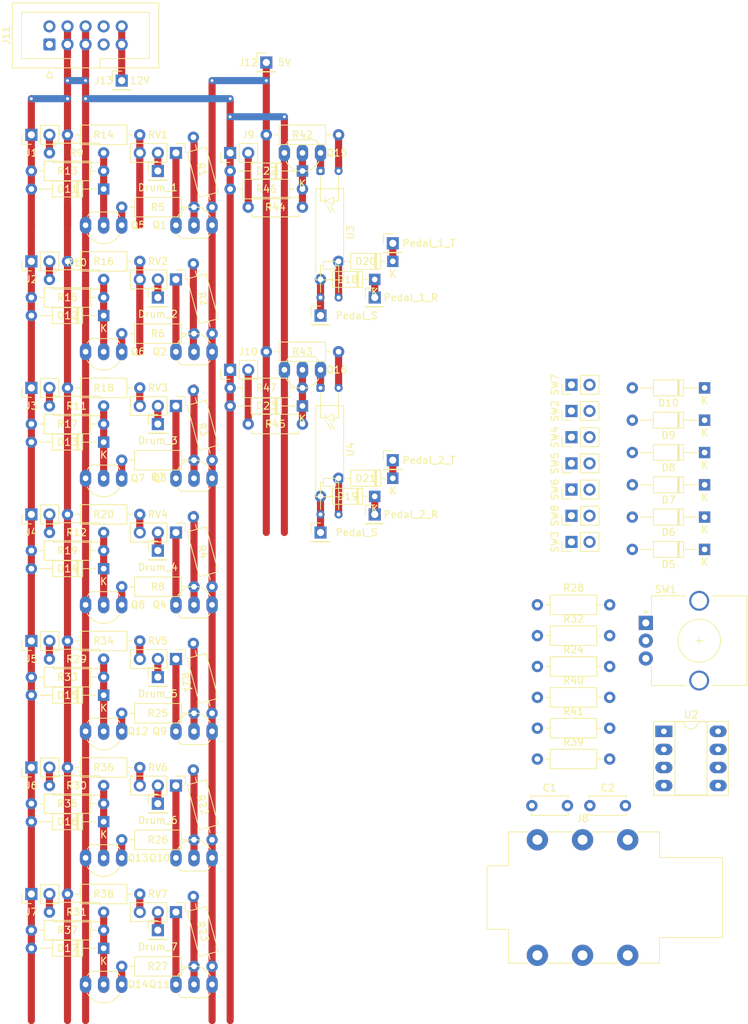
<source format=kicad_pcb>
(kicad_pcb (version 20171130) (host pcbnew "(5.1.10)-1")
  (layers (0 F.Cu signal) (31 B.Cu signal) (34 B.Paste user) (35 F.Paste user) (36 B.SilkS user) (37 F.SilkS user) (38 B.Mask user) (39 F.Mask user) (44 Edge.Cuts user))
  (net 0 "")
  (net 1 GND)
  (net 2 +12V)
  (net 3 -12V)
  (net 4 CN2_5)
  (net 5 CN2_4)
  (net 6 CN2_3)
  (net 7 CN2_2)
  (net 8 CN2_1)
  (net 9 CN3_15)
  (net 10 CN3_14)
  (net 11 CN3_13)
  (net 12 "CA3(8)")
  (net 13 "CA2(9)")
  (net 14 "CA1(12)")
  (net 15 CN3_1)
  (net 16 "Net-(D5-Pad1)")
  (net 17 "Net-(D6-Pad1)")
  (net 18 "Net-(D7-Pad1)")
  (net 19 "Net-(D8-Pad1)")
  (net 20 "Net-(D9-Pad2)")
  (net 21 "Net-(D10-Pad2)")
  (net 22 "Net-(D11-Pad1)")
  (net 23 "Net-(D12-Pad1)")
  (net 24 "Net-(D13-Pad1)")
  (net 25 "Net-(D14-Pad1)")
  (net 26 "Net-(D15-Pad1)")
  (net 27 "Net-(D16-Pad1)")
  (net 28 "Net-(D17-Pad1)")
  (net 29 "Net-(D18-Pad2)")
  (net 30 "Net-(D19-Pad2)")
  (net 31 "Net-(D22-Pad1)")
  (net 32 "Net-(D23-Pad1)")
  (net 33 "Net-(J1-PadT)")
  (net 34 "Net-(J2-PadT)")
  (net 35 "Net-(J3-PadT)")
  (net 36 "Net-(J4-PadT)")
  (net 37 "Net-(J5-PadT)")
  (net 38 "Net-(J6-PadT)")
  (net 39 "Net-(J7-PadT)")
  (net 40 "Net-(J8-PadT)")
  (net 41 "Net-(J9-PadT)")
  (net 42 "Net-(J10-PadT)")
  (net 43 "Net-(Q1-Pad2)")
  (net 44 +5V)
  (net 45 "Net-(Q1-Pad1)")
  (net 46 "Net-(Q2-Pad2)")
  (net 47 "Net-(Q2-Pad1)")
  (net 48 "Net-(Q3-Pad2)")
  (net 49 "Net-(Q3-Pad1)")
  (net 50 "Net-(Q4-Pad2)")
  (net 51 "Net-(Q4-Pad1)")
  (net 52 "Net-(Q5-Pad1)")
  (net 53 "Net-(Q6-Pad1)")
  (net 54 "Net-(Q7-Pad1)")
  (net 55 "Net-(Q8-Pad1)")
  (net 56 "Net-(Q9-Pad2)")
  (net 57 "Net-(Q9-Pad1)")
  (net 58 "Net-(Q10-Pad2)")
  (net 59 "Net-(Q10-Pad1)")
  (net 60 "Net-(Q11-Pad2)")
  (net 61 "Net-(Q11-Pad1)")
  (net 62 "Net-(Q12-Pad1)")
  (net 63 "Net-(Q13-Pad1)")
  (net 64 "Net-(Q14-Pad1)")
  (net 65 "Net-(Q15-Pad1)")
  (net 66 "Net-(Q16-Pad1)")
  (net 67 "Net-(R14-Pad1)")
  (net 68 "Net-(R16-Pad1)")
  (net 69 "Net-(R18-Pad1)")
  (net 70 "Net-(R20-Pad1)")
  (net 71 "Net-(R24-Pad1)")
  (net 72 "Net-(R28-Pad2)")
  (net 73 "Net-(R34-Pad1)")
  (net 74 "Net-(R36-Pad1)")
  (net 75 "Net-(R38-Pad1)")
  (net 76 "Net-(R39-Pad2)")
  (net 77 "Net-(J8-PadR)")
  (net 78 "Net-(R40-Pad2)")
  (net 79 "Net-(R42-Pad2)")
  (net 80 "Net-(R43-Pad2)")
  (net 81 L_AUDIO)
  (net 82 R_AUDIO)
  (net 83 "Net-(D20-Pad2)")
  (net 84 "Net-(D21-Pad2)")
  (net 85 "Net-(D18-Pad1)")
  (net 86 "Net-(D19-Pad1)")
  (net 87 "Net-(D20-Pad1)")
  (net 88 "Net-(D21-Pad1)")
  (net 89 "Net-(J20-Pad1)")
  (net 90 "Net-(J21-Pad1)")
  (net 91 "Net-(J22-Pad1)")
  (net 92 "Net-(J23-Pad1)")
  (net 93 "Net-(J24-Pad1)")
  (net 94 "Net-(J25-Pad1)")
  (net 95 "Net-(J26-Pad1)")
  (module Connector_PinHeader_2.54mm:PinHeader_1x01_P2.54mm_Vertical (layer F.Cu) (at 71.12 157.48)
    (fp_text reference J26 hide)
    (fp_text value Drum_7 (at 0 2.33) (layer F.SilkS))
    (pad 1 thru_hole rect (at 0 0) (size 1.7 1.7) (drill 1) (layers *.Cu *.Mask) (net 95 "Net-(J26-Pad1)"))
  )
  (module Connector_PinHeader_2.54mm:PinHeader_1x01_P2.54mm_Vertical (layer F.Cu) (at 71.12 139.7)
    (fp_text reference J25 hide)
    (fp_text value Drum_6 (at 0 2.33) (layer F.SilkS))
    (pad 1 thru_hole rect (at 0 0) (size 1.7 1.7) (drill 1) (layers *.Cu *.Mask) (net 94 "Net-(J25-Pad1)"))
  )
  (module Connector_PinHeader_2.54mm:PinHeader_1x01_P2.54mm_Vertical (layer F.Cu) (at 71.12 121.92)
    (fp_text reference J24 hide)
    (fp_text value Drum_5 (at 0 2.33) (layer F.SilkS))
    (pad 1 thru_hole rect (at 0 0) (size 1.7 1.7) (drill 1) (layers *.Cu *.Mask) (net 93 "Net-(J24-Pad1)"))
  )
  (module Connector_PinHeader_2.54mm:PinHeader_1x01_P2.54mm_Vertical (layer F.Cu) (at 71.12 104.14)
    (fp_text reference J23 hide)
    (fp_text value Drum_4 (at 0 2.33) (layer F.SilkS))
    (pad 1 thru_hole rect (at 0 0) (size 1.7 1.7) (drill 1) (layers *.Cu *.Mask) (net 92 "Net-(J23-Pad1)"))
  )
  (module Connector_PinHeader_2.54mm:PinHeader_1x01_P2.54mm_Vertical (layer F.Cu) (at 71.12 86.36)
    (fp_text reference J22 hide)
    (fp_text value Drum_3 (at 0 2.33) (layer F.SilkS))
    (pad 1 thru_hole rect (at 0 0) (size 1.7 1.7) (drill 1) (layers *.Cu *.Mask) (net 91 "Net-(J22-Pad1)"))
  )
  (module Connector_PinHeader_2.54mm:PinHeader_1x01_P2.54mm_Vertical (layer F.Cu) (at 71.12 68.58)
    (fp_text reference J21 hide)
    (fp_text value Drum_2 (at 0 2.33) (layer F.SilkS))
    (pad 1 thru_hole rect (at 0 0) (size 1.7 1.7) (drill 1) (layers *.Cu *.Mask) (net 90 "Net-(J21-Pad1)"))
  )
  (module Connector_PinHeader_2.54mm:PinHeader_1x01_P2.54mm_Vertical (layer F.Cu) (at 71.12 50.8)
    (fp_text reference J20 hide)
    (fp_text value Drum_1 (at 0 2.33) (layer F.SilkS))
    (pad 1 thru_hole rect (at 0 0) (size 1.7 1.7) (drill 1) (layers *.Cu *.Mask) (net 89 "Net-(J20-Pad1)"))
  )
  (module Package_DIP:DIP-8_W7.62mm_Socket_LongPads (layer F.Cu) (at 142.24 129.54)
    (fp_text reference U2 (at 3.81 -2.33) (layer F.SilkS))
    (fp_text value TL072)
    (pad 8 thru_hole oval (at 7.62 0) (size 2.4 1.6) (drill 0.8) (layers *.Cu *.Mask) (net 2 +12V))
    (pad 4 thru_hole oval (at 0 7.62) (size 2.4 1.6) (drill 0.8) (layers *.Cu *.Mask) (net 3 -12V))
    (pad 7 thru_hole oval (at 7.62 2.54) (size 2.4 1.6) (drill 0.8) (layers *.Cu *.Mask) (net 76 "Net-(R39-Pad2)"))
    (pad 3 thru_hole oval (at 0 5.08) (size 2.4 1.6) (drill 0.8) (layers *.Cu *.Mask) (net 82 R_AUDIO))
    (pad 6 thru_hole oval (at 7.62 5.08) (size 2.4 1.6) (drill 0.8) (layers *.Cu *.Mask) (net 78 "Net-(R40-Pad2)"))
    (pad 2 thru_hole oval (at 0 2.54) (size 2.4 1.6) (drill 0.8) (layers *.Cu *.Mask) (net 72 "Net-(R28-Pad2)"))
    (pad 5 thru_hole oval (at 7.62 7.62) (size 2.4 1.6) (drill 0.8) (layers *.Cu *.Mask) (net 81 L_AUDIO))
    (pad 1 thru_hole rect (at 0 0) (size 2.4 1.6) (drill 0.8) (layers *.Cu *.Mask) (net 71 "Net-(R24-Pad1)"))
  )
  (module Connector_PinHeader_2.54mm:PinHeader_1x01_P2.54mm_Vertical (layer F.Cu) (at 104.14 91.44)
    (fp_text reference J19 hide)
    (fp_text value Pedal_2_T (at 5.08 0) (layer F.SilkS))
    (pad 1 thru_hole rect (at 0 0) (size 1.7 1.7) (drill 1) (layers *.Cu *.Mask) (net 88 "Net-(D21-Pad1)"))
  )
  (module Connector_PinHeader_2.54mm:PinHeader_1x01_P2.54mm_Vertical (layer F.Cu) (at 104.14 60.96)
    (fp_text reference J18 hide)
    (fp_text value Pedal_1_T (at 5.08 0) (layer F.SilkS))
    (pad 1 thru_hole rect (at 0 0) (size 1.7 1.7) (drill 1) (layers *.Cu *.Mask) (net 87 "Net-(D20-Pad1)"))
  )
  (module Connector_PinHeader_2.54mm:PinHeader_1x01_P2.54mm_Vertical (layer F.Cu) (at 101.6 99.06)
    (fp_text reference J17 hide)
    (fp_text value Pedal_2_R (at 5.08 0) (layer F.SilkS))
    (pad 1 thru_hole rect (at 0 0) (size 1.7 1.7) (drill 1) (layers *.Cu *.Mask) (net 86 "Net-(D19-Pad1)"))
  )
  (module Connector_PinHeader_2.54mm:PinHeader_1x01_P2.54mm_Vertical (layer F.Cu) (at 101.6 68.58)
    (fp_text reference J16 hide)
    (fp_text value Pedal_1_R (at 5.08 0) (layer F.SilkS))
    (pad 1 thru_hole rect (at 0 0) (size 1.7 1.7) (drill 1) (layers *.Cu *.Mask) (net 85 "Net-(D18-Pad1)"))
  )
  (module Connector_PinHeader_2.54mm:PinHeader_1x01_P2.54mm_Vertical (layer F.Cu) (at 93.98 101.6)
    (fp_text reference J15 hide)
    (fp_text value Pedal_S (at 5.08 0) (layer F.SilkS))
    (pad 1 thru_hole rect (at 0 0) (size 1.7 1.7) (drill 1) (layers *.Cu *.Mask) (net 30 "Net-(D19-Pad2)"))
  )
  (module Connector_PinHeader_2.54mm:PinHeader_1x01_P2.54mm_Vertical (layer F.Cu) (at 93.98 71.12)
    (fp_text reference J14 hide)
    (fp_text value Pedal_S (at 5.08 0) (layer F.SilkS))
    (pad 1 thru_hole rect (at 0 0) (size 1.7 1.7) (drill 1) (layers *.Cu *.Mask) (net 29 "Net-(D18-Pad2)"))
  )
  (module Connector_PinHeader_2.54mm:PinHeader_1x01_P2.54mm_Vertical (layer F.Cu) (at 66.04 38.1)
    (fp_text reference J13 (at -2.54 0) (layer F.SilkS))
    (fp_text value 12V (at 2.54 0) (layer F.SilkS))
    (pad 1 thru_hole rect (at 0 0) (size 1.7 1.7) (drill 1) (layers *.Cu *.Mask) (net 2 +12V))
  )
  (module Connector_IDC:IDC-Header_2x05_P2.54mm_Vertical (layer F.Cu) (at 55.88 33.02 90)
    (fp_text reference J11 (at 1.27 -6.1 90) (layer F.SilkS))
    (fp_text value Power)
    (pad 10 thru_hole circle (at 2.54 10.16 90) (size 1.7 1.7) (drill 1) (layers *.Cu *.Mask) (net 2 +12V))
    (pad 8 thru_hole circle (at 2.54 7.62 90) (size 1.7 1.7) (drill 1) (layers *.Cu *.Mask) (net 1 GND))
    (pad 6 thru_hole circle (at 2.54 5.08 90) (size 1.7 1.7) (drill 1) (layers *.Cu *.Mask) (net 1 GND))
    (pad 4 thru_hole circle (at 2.54 2.54 90) (size 1.7 1.7) (drill 1) (layers *.Cu *.Mask) (net 1 GND))
    (pad 2 thru_hole circle (at 2.54 0 90) (size 1.7 1.7) (drill 1) (layers *.Cu *.Mask) (net 3 -12V))
    (pad 9 thru_hole circle (at 0 10.16 90) (size 1.7 1.7) (drill 1) (layers *.Cu *.Mask) (net 2 +12V))
    (pad 7 thru_hole circle (at 0 7.62 90) (size 1.7 1.7) (drill 1) (layers *.Cu *.Mask) (net 1 GND))
    (pad 5 thru_hole circle (at 0 5.08 90) (size 1.7 1.7) (drill 1) (layers *.Cu *.Mask) (net 1 GND))
    (pad 3 thru_hole circle (at 0 2.54 90) (size 1.7 1.7) (drill 1) (layers *.Cu *.Mask) (net 1 GND))
    (pad 1 thru_hole roundrect (at 0 0 90) (size 1.7 1.7) (drill 1) (layers *.Cu *.Mask) (roundrect_rratio 0.147059) (net 3 -12V))
  )
  (module Connector_PinHeader_2.54mm:PinHeader_1x01_P2.54mm_Vertical (layer F.Cu) (at 86.36 35.56)
    (fp_text reference J12 (at -2.54 0) (layer F.SilkS))
    (fp_text value 5V (at 2.54 0) (layer F.SilkS))
    (pad 1 thru_hole rect (at 0 0) (size 1.7 1.7) (drill 1) (layers *.Cu *.Mask) (net 44 +5V))
  )
  (module "Thomas PCB:Vactrol" (layer F.Cu) (at 96.52 81.28 270)
    (fp_text reference U4 (at 8.636 -1.6764 90) (layer F.SilkS))
    (fp_text value VTL5C)
    (pad 1 thru_hole roundrect (at 0 2.54 270) (size 1.15 1.15) (drill 0.55) (layers *.Cu *.Mask) (net 66 "Net-(Q16-Pad1)"))
    (pad 3 thru_hole circle (at 17.78 0 270) (size 1.15 1.15) (drill 0.55) (layers *.Cu *.Mask) (net 84 "Net-(D21-Pad2)"))
    (pad 4 thru_hole circle (at 17.78 2.54 270) (size 1.15 1.15) (drill 0.55) (layers *.Cu *.Mask) (net 30 "Net-(D19-Pad2)"))
    (pad 2 thru_hole circle (at 0 0 270) (size 1.15 1.15) (drill 0.55) (layers *.Cu *.Mask) (net 80 "Net-(R43-Pad2)"))
  )
  (module Resistor_THT:R_Axial_DIN0207_L6.3mm_D2.5mm_P7.62mm_Horizontal (layer F.Cu) (at 83.82 86.36)
    (fp_text reference R45 (at 3.81 0) (layer F.SilkS))
    (fp_text value 33K)
    (pad 2 thru_hole oval (at 7.62 0) (size 1.6 1.6) (drill 0.8) (layers *.Cu *.Mask) (net 32 "Net-(D23-Pad1)"))
    (pad 1 thru_hole circle (at 0 0) (size 1.6 1.6) (drill 0.8) (layers *.Cu *.Mask) (net 42 "Net-(J10-PadT)"))
  )
  (module Resistor_THT:R_Axial_DIN0207_L6.3mm_D2.5mm_P7.62mm_Horizontal (layer F.Cu) (at 83.82 55.88)
    (fp_text reference R44 (at 3.81 0) (layer F.SilkS))
    (fp_text value 33K)
    (pad 2 thru_hole oval (at 7.62 0) (size 1.6 1.6) (drill 0.8) (layers *.Cu *.Mask) (net 31 "Net-(D22-Pad1)"))
    (pad 1 thru_hole circle (at 0 0) (size 1.6 1.6) (drill 0.8) (layers *.Cu *.Mask) (net 41 "Net-(J9-PadT)"))
  )
  (module Diode_THT:D_DO-35_SOD27_P7.62mm_Horizontal (layer F.Cu) (at 104.14 93.98 180)
    (fp_text reference D21 (at 3.81 0) (layer F.SilkS))
    (fp_text value 1N4148)
    (fp_text user K (at 0 -1.8) (layer F.SilkS))
    (pad 2 thru_hole oval (at 7.62 0 180) (size 1.6 1.6) (drill 0.8) (layers *.Cu *.Mask) (net 84 "Net-(D21-Pad2)"))
    (pad 1 thru_hole rect (at 0 0 180) (size 1.6 1.6) (drill 0.8) (layers *.Cu *.Mask) (net 88 "Net-(D21-Pad1)"))
  )
  (module Diode_THT:D_DO-35_SOD27_P7.62mm_Horizontal (layer F.Cu) (at 104.14 63.5 180)
    (fp_text reference D20 (at 3.81 0) (layer F.SilkS))
    (fp_text value 1N4148)
    (fp_text user K (at 0 -1.8) (layer F.SilkS))
    (pad 2 thru_hole oval (at 7.62 0 180) (size 1.6 1.6) (drill 0.8) (layers *.Cu *.Mask) (net 83 "Net-(D20-Pad2)"))
    (pad 1 thru_hole rect (at 0 0 180) (size 1.6 1.6) (drill 0.8) (layers *.Cu *.Mask) (net 87 "Net-(D20-Pad1)"))
  )
  (module Diode_THT:D_DO-35_SOD27_P7.62mm_Horizontal (layer F.Cu) (at 101.6 96.52 180)
    (fp_text reference D19 (at 3.81 0) (layer F.SilkS))
    (fp_text value 1N4148)
    (fp_text user K (at 0 -1.8) (layer F.SilkS))
    (pad 2 thru_hole oval (at 7.62 0 180) (size 1.6 1.6) (drill 0.8) (layers *.Cu *.Mask) (net 30 "Net-(D19-Pad2)"))
    (pad 1 thru_hole rect (at 0 0 180) (size 1.6 1.6) (drill 0.8) (layers *.Cu *.Mask) (net 86 "Net-(D19-Pad1)"))
  )
  (module Diode_THT:D_DO-35_SOD27_P7.62mm_Horizontal (layer F.Cu) (at 101.6 66.04 180)
    (fp_text reference D18 (at 3.81 0) (layer F.SilkS))
    (fp_text value 1N4148)
    (fp_text user K (at 0 -1.8) (layer F.SilkS))
    (pad 2 thru_hole oval (at 7.62 0 180) (size 1.6 1.6) (drill 0.8) (layers *.Cu *.Mask) (net 29 "Net-(D18-Pad2)"))
    (pad 1 thru_hole rect (at 0 0 180) (size 1.6 1.6) (drill 0.8) (layers *.Cu *.Mask) (net 85 "Net-(D18-Pad1)"))
  )
  (module "Thomas PCB:Vactrol" (layer F.Cu) (at 96.52 50.8 270)
    (fp_text reference U3 (at 8.636 -1.6764 90) (layer F.SilkS))
    (fp_text value VTL5C)
    (pad 1 thru_hole roundrect (at 0 2.54 270) (size 1.15 1.15) (drill 0.55) (layers *.Cu *.Mask) (net 65 "Net-(Q15-Pad1)"))
    (pad 3 thru_hole circle (at 17.78 0 270) (size 1.15 1.15) (drill 0.55) (layers *.Cu *.Mask) (net 83 "Net-(D20-Pad2)"))
    (pad 4 thru_hole circle (at 17.78 2.54 270) (size 1.15 1.15) (drill 0.55) (layers *.Cu *.Mask) (net 29 "Net-(D18-Pad2)"))
    (pad 2 thru_hole circle (at 0 0 270) (size 1.15 1.15) (drill 0.55) (layers *.Cu *.Mask) (net 79 "Net-(R42-Pad2)"))
  )
  (module Resistor_THT:R_Axial_DIN0207_L6.3mm_D2.5mm_P7.62mm_Horizontal (layer F.Cu) (at 55.88 154.94)
    (fp_text reference R31 (at 3.81 0) (layer F.SilkS))
    (fp_text value 33K)
    (pad 2 thru_hole oval (at 7.62 0) (size 1.6 1.6) (drill 0.8) (layers *.Cu *.Mask) (net 28 "Net-(D17-Pad1)"))
    (pad 1 thru_hole circle (at 0 0) (size 1.6 1.6) (drill 0.8) (layers *.Cu *.Mask) (net 39 "Net-(J7-PadT)"))
  )
  (module Resistor_THT:R_Axial_DIN0207_L6.3mm_D2.5mm_P7.62mm_Horizontal (layer F.Cu) (at 55.88 137.16)
    (fp_text reference R30 (at 3.81 0) (layer F.SilkS))
    (fp_text value 33K)
    (pad 2 thru_hole oval (at 7.62 0) (size 1.6 1.6) (drill 0.8) (layers *.Cu *.Mask) (net 27 "Net-(D16-Pad1)"))
    (pad 1 thru_hole circle (at 0 0) (size 1.6 1.6) (drill 0.8) (layers *.Cu *.Mask) (net 38 "Net-(J6-PadT)"))
  )
  (module Resistor_THT:R_Axial_DIN0207_L6.3mm_D2.5mm_P7.62mm_Horizontal (layer F.Cu) (at 55.88 119.38)
    (fp_text reference R29 (at 3.81 0) (layer F.SilkS))
    (fp_text value 33K)
    (pad 2 thru_hole oval (at 7.62 0) (size 1.6 1.6) (drill 0.8) (layers *.Cu *.Mask) (net 26 "Net-(D15-Pad1)"))
    (pad 1 thru_hole circle (at 0 0) (size 1.6 1.6) (drill 0.8) (layers *.Cu *.Mask) (net 37 "Net-(J5-PadT)"))
  )
  (module Resistor_THT:R_Axial_DIN0207_L6.3mm_D2.5mm_P7.62mm_Horizontal (layer F.Cu) (at 55.88 101.6)
    (fp_text reference R12 (at 3.81 0) (layer F.SilkS))
    (fp_text value 33K)
    (pad 1 thru_hole circle (at 0 0) (size 1.6 1.6) (drill 0.8) (layers *.Cu *.Mask) (net 36 "Net-(J4-PadT)"))
    (pad 2 thru_hole oval (at 7.62 0) (size 1.6 1.6) (drill 0.8) (layers *.Cu *.Mask) (net 25 "Net-(D14-Pad1)"))
  )
  (module Resistor_THT:R_Axial_DIN0207_L6.3mm_D2.5mm_P7.62mm_Horizontal (layer F.Cu) (at 55.88 66.04)
    (fp_text reference R10 (at 3.81 -2.37) (layer F.SilkS))
    (fp_text value 33K)
    (pad 2 thru_hole oval (at 7.62 0) (size 1.6 1.6) (drill 0.8) (layers *.Cu *.Mask) (net 23 "Net-(D12-Pad1)"))
    (pad 1 thru_hole circle (at 0 0) (size 1.6 1.6) (drill 0.8) (layers *.Cu *.Mask) (net 34 "Net-(J2-PadT)"))
  )
  (module Resistor_THT:R_Axial_DIN0207_L6.3mm_D2.5mm_P7.62mm_Horizontal (layer F.Cu) (at 55.88 48.26)
    (fp_text reference R9 (at 3.81 0) (layer F.SilkS))
    (fp_text value 33K)
    (pad 2 thru_hole oval (at 7.62 0) (size 1.6 1.6) (drill 0.8) (layers *.Cu *.Mask) (net 22 "Net-(D11-Pad1)"))
    (pad 1 thru_hole circle (at 0 0) (size 1.6 1.6) (drill 0.8) (layers *.Cu *.Mask) (net 33 "Net-(J1-PadT)"))
  )
  (module Resistor_THT:R_Axial_DIN0207_L6.3mm_D2.5mm_P7.62mm_Horizontal (layer F.Cu) (at 55.88 83.82)
    (fp_text reference R11 (at 3.81 0) (layer F.SilkS))
    (fp_text value 33K)
    (pad 2 thru_hole oval (at 7.62 0) (size 1.6 1.6) (drill 0.8) (layers *.Cu *.Mask) (net 24 "Net-(D13-Pad1)"))
    (pad 1 thru_hole circle (at 0 0) (size 1.6 1.6) (drill 0.8) (layers *.Cu *.Mask) (net 35 "Net-(J3-PadT)"))
  )
  (module Diode_THT:D_DO-35_SOD27_P10.16mm_Horizontal (layer F.Cu) (at 91.44 83.82 180)
    (fp_text reference D23 (at 5.08 0) (layer F.SilkS))
    (fp_text value 1N4148)
    (fp_text user K (at 0 -1.8) (layer F.SilkS))
    (pad 2 thru_hole oval (at 10.16 0 180) (size 1.6 1.6) (drill 0.8) (layers *.Cu *.Mask) (net 1 GND))
    (pad 1 thru_hole rect (at 0 0 180) (size 1.6 1.6) (drill 0.8) (layers *.Cu *.Mask) (net 32 "Net-(D23-Pad1)"))
  )
  (module Diode_THT:D_DO-35_SOD27_P10.16mm_Horizontal (layer F.Cu) (at 91.44 50.8 180)
    (fp_text reference D22 (at 5.08 0) (layer F.SilkS))
    (fp_text value 1N4148)
    (fp_text user K (at 0 -1.8) (layer F.SilkS))
    (pad 2 thru_hole oval (at 10.16 0 180) (size 1.6 1.6) (drill 0.8) (layers *.Cu *.Mask) (net 1 GND))
    (pad 1 thru_hole rect (at 0 0 180) (size 1.6 1.6) (drill 0.8) (layers *.Cu *.Mask) (net 31 "Net-(D22-Pad1)"))
  )
  (module Diode_THT:D_DO-35_SOD27_P10.16mm_Horizontal (layer F.Cu) (at 63.5 160.02 180)
    (fp_text reference D17 (at 5.08 0) (layer F.SilkS))
    (fp_text value 1N4148)
    (fp_text user K (at 0 -1.8) (layer F.SilkS))
    (pad 2 thru_hole oval (at 10.16 0 180) (size 1.6 1.6) (drill 0.8) (layers *.Cu *.Mask) (net 1 GND))
    (pad 1 thru_hole rect (at 0 0 180) (size 1.6 1.6) (drill 0.8) (layers *.Cu *.Mask) (net 28 "Net-(D17-Pad1)"))
  )
  (module Diode_THT:D_DO-35_SOD27_P10.16mm_Horizontal (layer F.Cu) (at 63.5 142.24 180)
    (fp_text reference D16 (at 5.08 0) (layer F.SilkS))
    (fp_text value 1N4148)
    (fp_text user K (at 0 -1.8) (layer F.SilkS))
    (pad 2 thru_hole oval (at 10.16 0 180) (size 1.6 1.6) (drill 0.8) (layers *.Cu *.Mask) (net 1 GND))
    (pad 1 thru_hole rect (at 0 0 180) (size 1.6 1.6) (drill 0.8) (layers *.Cu *.Mask) (net 27 "Net-(D16-Pad1)"))
  )
  (module Diode_THT:D_DO-35_SOD27_P10.16mm_Horizontal (layer F.Cu) (at 63.5 124.46 180)
    (fp_text reference D15 (at 5.08 0) (layer F.SilkS))
    (fp_text value 1N4148)
    (fp_text user K (at 0 -1.8) (layer F.SilkS))
    (pad 2 thru_hole oval (at 10.16 0 180) (size 1.6 1.6) (drill 0.8) (layers *.Cu *.Mask) (net 1 GND))
    (pad 1 thru_hole rect (at 0 0 180) (size 1.6 1.6) (drill 0.8) (layers *.Cu *.Mask) (net 26 "Net-(D15-Pad1)"))
  )
  (module Diode_THT:D_DO-35_SOD27_P10.16mm_Horizontal (layer F.Cu) (at 63.5 106.68 180)
    (fp_text reference D14 (at 5.08 0) (layer F.SilkS))
    (fp_text value 1N4148)
    (fp_text user K (at 0 -1.8) (layer F.SilkS))
    (pad 2 thru_hole oval (at 10.16 0 180) (size 1.6 1.6) (drill 0.8) (layers *.Cu *.Mask) (net 1 GND))
    (pad 1 thru_hole rect (at 0 0 180) (size 1.6 1.6) (drill 0.8) (layers *.Cu *.Mask) (net 25 "Net-(D14-Pad1)"))
  )
  (module Diode_THT:D_DO-35_SOD27_P10.16mm_Horizontal (layer F.Cu) (at 63.5 88.9 180)
    (fp_text reference D13 (at 5.08 0) (layer F.SilkS))
    (fp_text value 1N4148)
    (fp_text user K (at 0 -1.8) (layer F.SilkS))
    (pad 2 thru_hole oval (at 10.16 0 180) (size 1.6 1.6) (drill 0.8) (layers *.Cu *.Mask) (net 1 GND))
    (pad 1 thru_hole rect (at 0 0 180) (size 1.6 1.6) (drill 0.8) (layers *.Cu *.Mask) (net 24 "Net-(D13-Pad1)"))
  )
  (module Diode_THT:D_DO-35_SOD27_P10.16mm_Horizontal (layer F.Cu) (at 63.5 71.12 180)
    (fp_text reference D12 (at 5.08 0) (layer F.SilkS))
    (fp_text value 1N4148)
    (fp_text user K (at 0 -1.8) (layer F.SilkS))
    (pad 2 thru_hole oval (at 10.16 0 180) (size 1.6 1.6) (drill 0.8) (layers *.Cu *.Mask) (net 1 GND))
    (pad 1 thru_hole rect (at 0 0 180) (size 1.6 1.6) (drill 0.8) (layers *.Cu *.Mask) (net 23 "Net-(D12-Pad1)"))
  )
  (module Diode_THT:D_DO-35_SOD27_P10.16mm_Horizontal (layer F.Cu) (at 63.5 53.34 180)
    (fp_text reference D11 (at 5.08 0) (layer F.SilkS))
    (fp_text value 1N4148)
    (pad 2 thru_hole oval (at 10.16 0 180) (size 1.6 1.6) (drill 0.8) (layers *.Cu *.Mask) (net 1 GND))
    (pad 1 thru_hole rect (at 0 0 180) (size 1.6 1.6) (drill 0.8) (layers *.Cu *.Mask) (net 22 "Net-(D11-Pad1)"))
  )
  (module Diode_THT:D_DO-35_SOD27_P10.16mm_Horizontal (layer F.Cu) (at 147.9647 81.28 180)
    (fp_text reference D10 (at 5.08 -2.12) (layer F.SilkS))
    (fp_text value 1N4148)
    (fp_text user K (at 0 -1.8) (layer F.SilkS))
    (pad 2 thru_hole oval (at 10.16 0 180) (size 1.6 1.6) (drill 0.8) (layers *.Cu *.Mask) (net 21 "Net-(D10-Pad2)"))
    (pad 1 thru_hole rect (at 0 0 180) (size 1.6 1.6) (drill 0.8) (layers *.Cu *.Mask) (net 7 CN2_2))
  )
  (module Diode_THT:D_DO-35_SOD27_P10.16mm_Horizontal (layer F.Cu) (at 147.9647 85.818896 180)
    (fp_text reference D9 (at 5.08 -2.12) (layer F.SilkS))
    (fp_text value 1N4148)
    (fp_text user K (at 0 -1.8) (layer F.SilkS))
    (pad 2 thru_hole oval (at 10.16 0 180) (size 1.6 1.6) (drill 0.8) (layers *.Cu *.Mask) (net 20 "Net-(D9-Pad2)"))
    (pad 1 thru_hole rect (at 0 0 180) (size 1.6 1.6) (drill 0.8) (layers *.Cu *.Mask) (net 8 CN2_1))
  )
  (module Diode_THT:D_DO-35_SOD27_P10.16mm_Horizontal (layer F.Cu) (at 147.9647 90.357784 180)
    (fp_text reference D8 (at 5.08 -2.12) (layer F.SilkS))
    (fp_text value 1N4148)
    (fp_text user K (at 0 -1.8) (layer F.SilkS))
    (pad 2 thru_hole oval (at 10.16 0 180) (size 1.6 1.6) (drill 0.8) (layers *.Cu *.Mask) (net 13 "CA2(9)"))
    (pad 1 thru_hole rect (at 0 0 180) (size 1.6 1.6) (drill 0.8) (layers *.Cu *.Mask) (net 19 "Net-(D8-Pad1)"))
  )
  (module Diode_THT:D_DO-35_SOD27_P10.16mm_Horizontal (layer F.Cu) (at 147.9647 94.896672 180)
    (fp_text reference D7 (at 5.08 -2.12) (layer F.SilkS))
    (fp_text value 1N4148)
    (fp_text user K (at 0 -1.8) (layer F.SilkS))
    (pad 2 thru_hole oval (at 10.16 0 180) (size 1.6 1.6) (drill 0.8) (layers *.Cu *.Mask) (net 14 "CA1(12)"))
    (pad 1 thru_hole rect (at 0 0 180) (size 1.6 1.6) (drill 0.8) (layers *.Cu *.Mask) (net 18 "Net-(D7-Pad1)"))
  )
  (module Diode_THT:D_DO-35_SOD27_P10.16mm_Horizontal (layer F.Cu) (at 147.9647 99.43556 180)
    (fp_text reference D6 (at 5.08 -2.12) (layer F.SilkS))
    (fp_text value 1N4148)
    (fp_text user K (at 0 -1.8) (layer F.SilkS))
    (pad 2 thru_hole oval (at 10.16 0 180) (size 1.6 1.6) (drill 0.8) (layers *.Cu *.Mask) (net 15 CN3_1))
    (pad 1 thru_hole rect (at 0 0 180) (size 1.6 1.6) (drill 0.8) (layers *.Cu *.Mask) (net 17 "Net-(D6-Pad1)"))
  )
  (module Diode_THT:D_DO-35_SOD27_P10.16mm_Horizontal (layer F.Cu) (at 147.9647 103.974448 180)
    (fp_text reference D5 (at 5.08 -2.12) (layer F.SilkS))
    (fp_text value 1N4148)
    (fp_text user K (at 0 -1.8) (layer F.SilkS))
    (pad 2 thru_hole oval (at 10.16 0 180) (size 1.6 1.6) (drill 0.8) (layers *.Cu *.Mask) (net 15 CN3_1))
    (pad 1 thru_hole rect (at 0 0 180) (size 1.6 1.6) (drill 0.8) (layers *.Cu *.Mask) (net 16 "Net-(D5-Pad1)"))
  )
  (module Connector_Audio:Jack_6.35mm_Neutrik_NMJ6HFD2_Horizontal (layer F.Cu) (at 124.46 144.78)
    (fp_text reference J8 (at 6.35 -3) (layer F.SilkS))
    (fp_text value "Audio out")
    (pad TN thru_hole circle (at 0 16.23) (size 3 3) (drill 1.4) (layers *.Cu *.Mask))
    (pad SN thru_hole circle (at 12.7 16.23) (size 3 3) (drill 1.4) (layers *.Cu *.Mask))
    (pad RN thru_hole circle (at 6.35 16.23) (size 3 3) (drill 1.4) (layers *.Cu *.Mask))
    (pad T thru_hole circle (at 0 0) (size 3 3) (drill 1.4) (layers *.Cu *.Mask) (net 40 "Net-(J8-PadT)"))
    (pad S thru_hole circle (at 12.7 0) (size 3 3) (drill 1.4) (layers *.Cu *.Mask) (net 1 GND))
    (pad R thru_hole circle (at 6.35 0) (size 3 3) (drill 1.4) (layers *.Cu *.Mask) (net 77 "Net-(J8-PadR)"))
  )
  (module Rotary_Encoder:RotaryEncoder_Alps_EC12E_Vertical_H20mm_CircularMountingHoles (layer F.Cu) (at 139.7 114.3)
    (fp_text reference SW1 (at 2.8 -4.7) (layer F.SilkS))
    (fp_text value Encoder)
    (pad A thru_hole rect (at 0 0) (size 2 2) (drill 1) (layers *.Cu *.Mask) (net 20 "Net-(D9-Pad2)"))
    (pad C thru_hole circle (at 0 2.5) (size 2 2) (drill 1) (layers *.Cu *.Mask) (net 13 "CA2(9)"))
    (pad B thru_hole circle (at 0 5) (size 2 2) (drill 1) (layers *.Cu *.Mask) (net 21 "Net-(D10-Pad2)"))
    (pad MP thru_hole circle (at 7.5 -3.1) (size 2.8 2.8) (drill 2.2) (layers *.Cu *.Mask))
    (pad MP thru_hole circle (at 7.5 8.1) (size 2.8 2.8) (drill 2.2) (layers *.Cu *.Mask))
  )
  (module Connector_PinHeader_2.54mm:PinHeader_1x02_P2.54mm_Vertical (layer F.Cu) (at 129.25 99.2447 90)
    (fp_text reference SW8 (at 0 -2.33 90) (layer F.SilkS))
    (fp_text value PAN)
    (pad 2 thru_hole oval (at 0 2.54 90) (size 1.7 1.7) (drill 1) (layers *.Cu *.Mask) (net 4 CN2_5))
    (pad 1 thru_hole rect (at 0 0 90) (size 1.7 1.7) (drill 1) (layers *.Cu *.Mask) (net 19 "Net-(D8-Pad1)"))
  )
  (module Connector_PinHeader_2.54mm:PinHeader_1x02_P2.54mm_Vertical (layer F.Cu) (at 129.25 80.8447 90)
    (fp_text reference SW7 (at 0 -2.33 90) (layer F.SilkS))
    (fp_text value GAIN)
    (pad 2 thru_hole oval (at 0 2.54 90) (size 1.7 1.7) (drill 1) (layers *.Cu *.Mask) (net 5 CN2_4))
    (pad 1 thru_hole rect (at 0 0 90) (size 1.7 1.7) (drill 1) (layers *.Cu *.Mask) (net 19 "Net-(D8-Pad1)"))
  )
  (module Connector_PinHeader_2.54mm:PinHeader_1x02_P2.54mm_Vertical (layer F.Cu) (at 129.25 95.5647 90)
    (fp_text reference SW6 (at 0 -2.33 90) (layer F.SilkS))
    (fp_text value VOLUME)
    (pad 2 thru_hole oval (at 0 2.54 90) (size 1.7 1.7) (drill 1) (layers *.Cu *.Mask) (net 9 CN3_15))
    (pad 1 thru_hole rect (at 0 0 90) (size 1.7 1.7) (drill 1) (layers *.Cu *.Mask) (net 19 "Net-(D8-Pad1)"))
  )
  (module Connector_PinHeader_2.54mm:PinHeader_1x02_P2.54mm_Vertical (layer F.Cu) (at 129.25 91.8847 90)
    (fp_text reference SW5 (at 0 -2.33 90) (layer F.SilkS))
    (fp_text value REVERB)
    (pad 2 thru_hole oval (at 0 2.54 90) (size 1.7 1.7) (drill 1) (layers *.Cu *.Mask) (net 7 CN2_2))
    (pad 1 thru_hole rect (at 0 0 90) (size 1.7 1.7) (drill 1) (layers *.Cu *.Mask) (net 17 "Net-(D6-Pad1)"))
  )
  (module Connector_PinHeader_2.54mm:PinHeader_1x02_P2.54mm_Vertical (layer F.Cu) (at 129.25 88.2047 90)
    (fp_text reference SW4 (at 0 -2.33 90) (layer F.SilkS))
    (fp_text value PAD)
    (pad 2 thru_hole oval (at 0 2.54 90) (size 1.7 1.7) (drill 1) (layers *.Cu *.Mask) (net 10 CN3_14))
    (pad 1 thru_hole rect (at 0 0 90) (size 1.7 1.7) (drill 1) (layers *.Cu *.Mask) (net 16 "Net-(D5-Pad1)"))
  )
  (module Connector_PinHeader_2.54mm:PinHeader_1x02_P2.54mm_Vertical (layer F.Cu) (at 129.25 102.9247 90)
    (fp_text reference SW3 (at 0 -2.33 90) (layer F.SilkS))
    (fp_text value KIT)
    (pad 2 thru_hole oval (at 0 2.54 90) (size 1.7 1.7) (drill 1) (layers *.Cu *.Mask) (net 11 CN3_13))
    (pad 1 thru_hole rect (at 0 0 90) (size 1.7 1.7) (drill 1) (layers *.Cu *.Mask) (net 12 "CA3(8)"))
  )
  (module Connector_PinHeader_2.54mm:PinHeader_1x02_P2.54mm_Vertical (layer F.Cu) (at 129.25 84.5247 90)
    (fp_text reference SW2 (at 0 -2.33 90) (layer F.SilkS))
    (fp_text value Save)
    (pad 2 thru_hole oval (at 0 2.54 90) (size 1.7 1.7) (drill 1) (layers *.Cu *.Mask) (net 6 CN2_3))
    (pad 1 thru_hole rect (at 0 0 90) (size 1.7 1.7) (drill 1) (layers *.Cu *.Mask) (net 18 "Net-(D7-Pad1)"))
  )
  (module Connector_PinHeader_2.54mm:PinHeader_1x03_P2.54mm_Vertical (layer F.Cu) (at 73.66 154.94 270)
    (fp_text reference RV7 (at -2.54 2.54 180) (layer F.SilkS))
    (fp_text value 100K)
    (pad 3 thru_hole oval (at 0 5.08 270) (size 1.7 1.7) (drill 1) (layers *.Cu *.Mask) (net 75 "Net-(R38-Pad1)"))
    (pad 2 thru_hole oval (at 0 2.54 270) (size 1.7 1.7) (drill 1) (layers *.Cu *.Mask) (net 95 "Net-(J26-Pad1)"))
    (pad 1 thru_hole rect (at 0 0 270) (size 1.7 1.7) (drill 1) (layers *.Cu *.Mask) (net 61 "Net-(Q11-Pad1)"))
  )
  (module Connector_PinHeader_2.54mm:PinHeader_1x03_P2.54mm_Vertical (layer F.Cu) (at 73.66 137.16 270)
    (fp_text reference RV6 (at -2.54 2.54 180) (layer F.SilkS))
    (fp_text value 100K)
    (pad 3 thru_hole oval (at 0 5.08 270) (size 1.7 1.7) (drill 1) (layers *.Cu *.Mask) (net 74 "Net-(R36-Pad1)"))
    (pad 2 thru_hole oval (at 0 2.54 270) (size 1.7 1.7) (drill 1) (layers *.Cu *.Mask) (net 94 "Net-(J25-Pad1)"))
    (pad 1 thru_hole rect (at 0 0 270) (size 1.7 1.7) (drill 1) (layers *.Cu *.Mask) (net 59 "Net-(Q10-Pad1)"))
  )
  (module Connector_PinHeader_2.54mm:PinHeader_1x03_P2.54mm_Vertical (layer F.Cu) (at 73.66 119.38 270)
    (fp_text reference RV5 (at -2.54 2.54 180) (layer F.SilkS))
    (fp_text value 100K)
    (pad 3 thru_hole oval (at 0 5.08 270) (size 1.7 1.7) (drill 1) (layers *.Cu *.Mask) (net 73 "Net-(R34-Pad1)"))
    (pad 2 thru_hole oval (at 0 2.54 270) (size 1.7 1.7) (drill 1) (layers *.Cu *.Mask) (net 93 "Net-(J24-Pad1)"))
    (pad 1 thru_hole rect (at 0 0 270) (size 1.7 1.7) (drill 1) (layers *.Cu *.Mask) (net 57 "Net-(Q9-Pad1)"))
  )
  (module Connector_PinHeader_2.54mm:PinHeader_1x03_P2.54mm_Vertical (layer F.Cu) (at 73.66 101.6 270)
    (fp_text reference RV4 (at -2.54 2.54 180) (layer F.SilkS))
    (fp_text value 100K)
    (pad 3 thru_hole oval (at 0 5.08 270) (size 1.7 1.7) (drill 1) (layers *.Cu *.Mask) (net 70 "Net-(R20-Pad1)"))
    (pad 2 thru_hole oval (at 0 2.54 270) (size 1.7 1.7) (drill 1) (layers *.Cu *.Mask) (net 92 "Net-(J23-Pad1)"))
    (pad 1 thru_hole rect (at 0 0 270) (size 1.7 1.7) (drill 1) (layers *.Cu *.Mask) (net 51 "Net-(Q4-Pad1)"))
  )
  (module Connector_PinHeader_2.54mm:PinHeader_1x03_P2.54mm_Vertical (layer F.Cu) (at 73.66 83.82 270)
    (fp_text reference RV3 (at -2.54 2.54 180) (layer F.SilkS))
    (fp_text value 100K)
    (pad 3 thru_hole oval (at 0 5.08 270) (size 1.7 1.7) (drill 1) (layers *.Cu *.Mask) (net 69 "Net-(R18-Pad1)"))
    (pad 2 thru_hole oval (at 0 2.54 270) (size 1.7 1.7) (drill 1) (layers *.Cu *.Mask) (net 91 "Net-(J22-Pad1)"))
    (pad 1 thru_hole rect (at 0 0 270) (size 1.7 1.7) (drill 1) (layers *.Cu *.Mask) (net 49 "Net-(Q3-Pad1)"))
  )
  (module Connector_PinHeader_2.54mm:PinHeader_1x03_P2.54mm_Vertical (layer F.Cu) (at 73.66 66.04 270)
    (fp_text reference RV2 (at -2.54 2.54 180) (layer F.SilkS))
    (fp_text value 100K)
    (pad 3 thru_hole oval (at 0 5.08 270) (size 1.7 1.7) (drill 1) (layers *.Cu *.Mask) (net 68 "Net-(R16-Pad1)"))
    (pad 2 thru_hole oval (at 0 2.54 270) (size 1.7 1.7) (drill 1) (layers *.Cu *.Mask) (net 90 "Net-(J21-Pad1)"))
    (pad 1 thru_hole rect (at 0 0 270) (size 1.7 1.7) (drill 1) (layers *.Cu *.Mask) (net 47 "Net-(Q2-Pad1)"))
  )
  (module Connector_PinHeader_2.54mm:PinHeader_1x03_P2.54mm_Vertical (layer F.Cu) (at 73.66 48.26 270)
    (fp_text reference RV1 (at -2.54 2.54 180) (layer F.SilkS))
    (fp_text value 100K)
    (pad 3 thru_hole oval (at 0 5.08 270) (size 1.7 1.7) (drill 1) (layers *.Cu *.Mask) (net 67 "Net-(R14-Pad1)"))
    (pad 2 thru_hole oval (at 0 2.54 270) (size 1.7 1.7) (drill 1) (layers *.Cu *.Mask) (net 89 "Net-(J20-Pad1)"))
    (pad 1 thru_hole rect (at 0 0 270) (size 1.7 1.7) (drill 1) (layers *.Cu *.Mask) (net 45 "Net-(Q1-Pad1)"))
  )
  (module Resistor_THT:R_Axial_DIN0207_L6.3mm_D2.5mm_P10.16mm_Horizontal (layer F.Cu) (at 91.44 81.28 180)
    (fp_text reference R47 (at 5.08 0) (layer F.SilkS))
    (fp_text value 22K)
    (pad 2 thru_hole oval (at 10.16 0 180) (size 1.6 1.6) (drill 0.8) (layers *.Cu *.Mask) (net 1 GND))
    (pad 1 thru_hole circle (at 0 0 180) (size 1.6 1.6) (drill 0.8) (layers *.Cu *.Mask) (net 32 "Net-(D23-Pad1)"))
  )
  (module Resistor_THT:R_Axial_DIN0207_L6.3mm_D2.5mm_P10.16mm_Horizontal (layer F.Cu) (at 91.44 53.34 180)
    (fp_text reference R46 (at 5.08 0) (layer F.SilkS))
    (fp_text value 22K)
    (pad 2 thru_hole oval (at 10.16 0 180) (size 1.6 1.6) (drill 0.8) (layers *.Cu *.Mask) (net 1 GND))
    (pad 1 thru_hole circle (at 0 0 180) (size 1.6 1.6) (drill 0.8) (layers *.Cu *.Mask) (net 31 "Net-(D22-Pad1)"))
  )
  (module Resistor_THT:R_Axial_DIN0207_L6.3mm_D2.5mm_P10.16mm_Horizontal (layer F.Cu) (at 86.36 76.2)
    (fp_text reference R43 (at 5.08 0) (layer F.SilkS))
    (fp_text value 1K5)
    (pad 2 thru_hole oval (at 10.16 0) (size 1.6 1.6) (drill 0.8) (layers *.Cu *.Mask) (net 80 "Net-(R43-Pad2)"))
    (pad 1 thru_hole circle (at 0 0) (size 1.6 1.6) (drill 0.8) (layers *.Cu *.Mask) (net 44 +5V))
  )
  (module Resistor_THT:R_Axial_DIN0207_L6.3mm_D2.5mm_P10.16mm_Horizontal (layer F.Cu) (at 86.36 45.72)
    (fp_text reference R42 (at 5.08 0) (layer F.SilkS))
    (fp_text value 1K5)
    (pad 2 thru_hole oval (at 10.16 0) (size 1.6 1.6) (drill 0.8) (layers *.Cu *.Mask) (net 79 "Net-(R42-Pad2)"))
    (pad 1 thru_hole circle (at 0 0) (size 1.6 1.6) (drill 0.8) (layers *.Cu *.Mask) (net 44 +5V))
  )
  (module Resistor_THT:R_Axial_DIN0207_L6.3mm_D2.5mm_P10.16mm_Horizontal (layer F.Cu) (at 124.46 129.0976)
    (fp_text reference R41 (at 5.08 -2.37) (layer F.SilkS))
    (fp_text value 10K)
    (pad 2 thru_hole oval (at 10.16 0) (size 1.6 1.6) (drill 0.8) (layers *.Cu *.Mask) (net 1 GND))
    (pad 1 thru_hole circle (at 0 0) (size 1.6 1.6) (drill 0.8) (layers *.Cu *.Mask) (net 78 "Net-(R40-Pad2)"))
  )
  (module Resistor_THT:R_Axial_DIN0207_L6.3mm_D2.5mm_P10.16mm_Horizontal (layer F.Cu) (at 124.46 124.7632)
    (fp_text reference R40 (at 5.08 -2.37) (layer F.SilkS))
    (fp_text value 100K)
    (pad 2 thru_hole oval (at 10.16 0) (size 1.6 1.6) (drill 0.8) (layers *.Cu *.Mask) (net 78 "Net-(R40-Pad2)"))
    (pad 1 thru_hole circle (at 0 0) (size 1.6 1.6) (drill 0.8) (layers *.Cu *.Mask) (net 76 "Net-(R39-Pad2)"))
  )
  (module Resistor_THT:R_Axial_DIN0207_L6.3mm_D2.5mm_P10.16mm_Horizontal (layer F.Cu) (at 124.46 133.432)
    (fp_text reference R39 (at 5.08 -2.37) (layer F.SilkS))
    (fp_text value 10K)
    (pad 2 thru_hole oval (at 10.16 0) (size 1.6 1.6) (drill 0.8) (layers *.Cu *.Mask) (net 76 "Net-(R39-Pad2)"))
    (pad 1 thru_hole circle (at 0 0) (size 1.6 1.6) (drill 0.8) (layers *.Cu *.Mask) (net 77 "Net-(J8-PadR)"))
  )
  (module Resistor_THT:R_Axial_DIN0207_L6.3mm_D2.5mm_P10.16mm_Horizontal (layer F.Cu) (at 68.58 152.4 180)
    (fp_text reference R38 (at 5.08 0) (layer F.SilkS))
    (fp_text value 27K)
    (pad 2 thru_hole oval (at 10.16 0 180) (size 1.6 1.6) (drill 0.8) (layers *.Cu *.Mask) (net 1 GND))
    (pad 1 thru_hole circle (at 0 0 180) (size 1.6 1.6) (drill 0.8) (layers *.Cu *.Mask) (net 75 "Net-(R38-Pad1)"))
  )
  (module Resistor_THT:R_Axial_DIN0207_L6.3mm_D2.5mm_P10.16mm_Horizontal (layer F.Cu) (at 63.5 157.48 180)
    (fp_text reference R37 (at 5.08 0) (layer F.SilkS))
    (fp_text value 22K)
    (pad 2 thru_hole oval (at 10.16 0 180) (size 1.6 1.6) (drill 0.8) (layers *.Cu *.Mask) (net 1 GND))
    (pad 1 thru_hole circle (at 0 0 180) (size 1.6 1.6) (drill 0.8) (layers *.Cu *.Mask) (net 28 "Net-(D17-Pad1)"))
  )
  (module Resistor_THT:R_Axial_DIN0207_L6.3mm_D2.5mm_P10.16mm_Horizontal (layer F.Cu) (at 68.58 134.62 180)
    (fp_text reference R36 (at 5.08 0) (layer F.SilkS))
    (fp_text value 27K)
    (pad 2 thru_hole oval (at 10.16 0 180) (size 1.6 1.6) (drill 0.8) (layers *.Cu *.Mask) (net 1 GND))
    (pad 1 thru_hole circle (at 0 0 180) (size 1.6 1.6) (drill 0.8) (layers *.Cu *.Mask) (net 74 "Net-(R36-Pad1)"))
  )
  (module Resistor_THT:R_Axial_DIN0207_L6.3mm_D2.5mm_P10.16mm_Horizontal (layer F.Cu) (at 63.5 139.7 180)
    (fp_text reference R35 (at 5.08 0) (layer F.SilkS))
    (fp_text value 22K)
    (pad 2 thru_hole oval (at 10.16 0 180) (size 1.6 1.6) (drill 0.8) (layers *.Cu *.Mask) (net 1 GND))
    (pad 1 thru_hole circle (at 0 0 180) (size 1.6 1.6) (drill 0.8) (layers *.Cu *.Mask) (net 27 "Net-(D16-Pad1)"))
  )
  (module Resistor_THT:R_Axial_DIN0207_L6.3mm_D2.5mm_P10.16mm_Horizontal (layer F.Cu) (at 68.58 116.84 180)
    (fp_text reference R34 (at 5.08 0) (layer F.SilkS))
    (fp_text value 27K)
    (pad 2 thru_hole oval (at 10.16 0 180) (size 1.6 1.6) (drill 0.8) (layers *.Cu *.Mask) (net 1 GND))
    (pad 1 thru_hole circle (at 0 0 180) (size 1.6 1.6) (drill 0.8) (layers *.Cu *.Mask) (net 73 "Net-(R34-Pad1)"))
  )
  (module Resistor_THT:R_Axial_DIN0207_L6.3mm_D2.5mm_P10.16mm_Horizontal (layer F.Cu) (at 63.5 121.92 180)
    (fp_text reference R33 (at 5.08 0) (layer F.SilkS))
    (fp_text value 22K)
    (pad 2 thru_hole oval (at 10.16 0 180) (size 1.6 1.6) (drill 0.8) (layers *.Cu *.Mask) (net 1 GND))
    (pad 1 thru_hole circle (at 0 0 180) (size 1.6 1.6) (drill 0.8) (layers *.Cu *.Mask) (net 26 "Net-(D15-Pad1)"))
  )
  (module Resistor_THT:R_Axial_DIN0207_L6.3mm_D2.5mm_P10.16mm_Horizontal (layer F.Cu) (at 124.46 116.0944)
    (fp_text reference R32 (at 5.08 -2.37) (layer F.SilkS))
    (fp_text value 10K)
    (pad 2 thru_hole oval (at 10.16 0) (size 1.6 1.6) (drill 0.8) (layers *.Cu *.Mask) (net 1 GND))
    (pad 1 thru_hole circle (at 0 0) (size 1.6 1.6) (drill 0.8) (layers *.Cu *.Mask) (net 72 "Net-(R28-Pad2)"))
  )
  (module Resistor_THT:R_Axial_DIN0207_L6.3mm_D2.5mm_P10.16mm_Horizontal (layer F.Cu) (at 124.46 111.76)
    (fp_text reference R28 (at 5.08 -2.37) (layer F.SilkS))
    (fp_text value 100K)
    (pad 2 thru_hole oval (at 10.16 0) (size 1.6 1.6) (drill 0.8) (layers *.Cu *.Mask) (net 72 "Net-(R28-Pad2)"))
    (pad 1 thru_hole circle (at 0 0) (size 1.6 1.6) (drill 0.8) (layers *.Cu *.Mask) (net 71 "Net-(R24-Pad1)"))
  )
  (module Resistor_THT:R_Axial_DIN0207_L6.3mm_D2.5mm_P10.16mm_Horizontal (layer F.Cu) (at 76.2 162.56 180)
    (fp_text reference R27 (at 5.08 0) (layer F.SilkS))
    (fp_text value 47K)
    (pad 2 thru_hole oval (at 10.16 0 180) (size 1.6 1.6) (drill 0.8) (layers *.Cu *.Mask) (net 64 "Net-(Q14-Pad1)"))
    (pad 1 thru_hole circle (at 0 0 180) (size 1.6 1.6) (drill 0.8) (layers *.Cu *.Mask) (net 60 "Net-(Q11-Pad2)"))
  )
  (module Resistor_THT:R_Axial_DIN0207_L6.3mm_D2.5mm_P10.16mm_Horizontal (layer F.Cu) (at 76.2 144.78 180)
    (fp_text reference R26 (at 5.08 0) (layer F.SilkS))
    (fp_text value 47K)
    (pad 2 thru_hole oval (at 10.16 0 180) (size 1.6 1.6) (drill 0.8) (layers *.Cu *.Mask) (net 63 "Net-(Q13-Pad1)"))
    (pad 1 thru_hole circle (at 0 0 180) (size 1.6 1.6) (drill 0.8) (layers *.Cu *.Mask) (net 58 "Net-(Q10-Pad2)"))
  )
  (module Resistor_THT:R_Axial_DIN0207_L6.3mm_D2.5mm_P10.16mm_Horizontal (layer F.Cu) (at 76.2 127 180)
    (fp_text reference R25 (at 5.08 0) (layer F.SilkS))
    (fp_text value 47K)
    (pad 2 thru_hole oval (at 10.16 0 180) (size 1.6 1.6) (drill 0.8) (layers *.Cu *.Mask) (net 62 "Net-(Q12-Pad1)"))
    (pad 1 thru_hole circle (at 0 0 180) (size 1.6 1.6) (drill 0.8) (layers *.Cu *.Mask) (net 56 "Net-(Q9-Pad2)"))
  )
  (module Resistor_THT:R_Axial_DIN0207_L6.3mm_D2.5mm_P10.16mm_Horizontal (layer F.Cu) (at 124.46 120.4288)
    (fp_text reference R24 (at 5.08 -2.37) (layer F.SilkS))
    (fp_text value 10K)
    (pad 2 thru_hole oval (at 10.16 0) (size 1.6 1.6) (drill 0.8) (layers *.Cu *.Mask) (net 40 "Net-(J8-PadT)"))
    (pad 1 thru_hole circle (at 0 0) (size 1.6 1.6) (drill 0.8) (layers *.Cu *.Mask) (net 71 "Net-(R24-Pad1)"))
  )
  (module Resistor_THT:R_Axial_DIN0207_L6.3mm_D2.5mm_P10.16mm_Horizontal (layer F.Cu) (at 78.74 162.56 105)
    (fp_text reference R23 (at 5.08 0 105) (layer F.SilkS))
    (fp_text value 47K)
    (pad 2 thru_hole oval (at 10.16 0 105) (size 1.6 1.6) (drill 0.8) (layers *.Cu *.Mask) (net 60 "Net-(Q11-Pad2)"))
    (pad 1 thru_hole circle (at 0 0 105) (size 1.6 1.6) (drill 0.8) (layers *.Cu *.Mask) (net 44 +5V))
  )
  (module Resistor_THT:R_Axial_DIN0207_L6.3mm_D2.5mm_P10.16mm_Horizontal (layer F.Cu) (at 78.74 144.78 105)
    (fp_text reference R22 (at 5.08 0 105) (layer F.SilkS))
    (fp_text value 47K)
    (pad 2 thru_hole oval (at 10.16 0 105) (size 1.6 1.6) (drill 0.8) (layers *.Cu *.Mask) (net 58 "Net-(Q10-Pad2)"))
    (pad 1 thru_hole circle (at 0 0 105) (size 1.6 1.6) (drill 0.8) (layers *.Cu *.Mask) (net 44 +5V))
  )
  (module Resistor_THT:R_Axial_DIN0207_L6.3mm_D2.5mm_P10.16mm_Horizontal (layer F.Cu) (at 78.74 127 105)
    (fp_text reference R21 (at 5.08 -2.37 105) (layer F.SilkS))
    (fp_text value 47K)
    (pad 2 thru_hole oval (at 10.16 0 105) (size 1.6 1.6) (drill 0.8) (layers *.Cu *.Mask) (net 56 "Net-(Q9-Pad2)"))
    (pad 1 thru_hole circle (at 0 0 105) (size 1.6 1.6) (drill 0.8) (layers *.Cu *.Mask) (net 44 +5V))
  )
  (module Resistor_THT:R_Axial_DIN0207_L6.3mm_D2.5mm_P10.16mm_Horizontal (layer F.Cu) (at 68.58 99.06 180)
    (fp_text reference R20 (at 5.08 0) (layer F.SilkS))
    (fp_text value 27K)
    (pad 2 thru_hole oval (at 10.16 0 180) (size 1.6 1.6) (drill 0.8) (layers *.Cu *.Mask) (net 1 GND))
    (pad 1 thru_hole circle (at 0 0 180) (size 1.6 1.6) (drill 0.8) (layers *.Cu *.Mask) (net 70 "Net-(R20-Pad1)"))
  )
  (module Resistor_THT:R_Axial_DIN0207_L6.3mm_D2.5mm_P10.16mm_Horizontal (layer F.Cu) (at 63.5 104.14 180)
    (fp_text reference R19 (at 5.08 0) (layer F.SilkS))
    (fp_text value 22K)
    (pad 2 thru_hole oval (at 10.16 0 180) (size 1.6 1.6) (drill 0.8) (layers *.Cu *.Mask) (net 1 GND))
    (pad 1 thru_hole circle (at 0 0 180) (size 1.6 1.6) (drill 0.8) (layers *.Cu *.Mask) (net 25 "Net-(D14-Pad1)"))
  )
  (module Resistor_THT:R_Axial_DIN0207_L6.3mm_D2.5mm_P10.16mm_Horizontal (layer F.Cu) (at 68.58 81.28 180)
    (fp_text reference R18 (at 5.08 0) (layer F.SilkS))
    (fp_text value 27K)
    (pad 2 thru_hole oval (at 10.16 0 180) (size 1.6 1.6) (drill 0.8) (layers *.Cu *.Mask) (net 1 GND))
    (pad 1 thru_hole circle (at 0 0 180) (size 1.6 1.6) (drill 0.8) (layers *.Cu *.Mask) (net 69 "Net-(R18-Pad1)"))
  )
  (module Resistor_THT:R_Axial_DIN0207_L6.3mm_D2.5mm_P10.16mm_Horizontal (layer F.Cu) (at 63.5 86.36 180)
    (fp_text reference R17 (at 5.08 0) (layer F.SilkS))
    (fp_text value 22K)
    (pad 2 thru_hole oval (at 10.16 0 180) (size 1.6 1.6) (drill 0.8) (layers *.Cu *.Mask) (net 1 GND))
    (pad 1 thru_hole circle (at 0 0 180) (size 1.6 1.6) (drill 0.8) (layers *.Cu *.Mask) (net 24 "Net-(D13-Pad1)"))
  )
  (module Resistor_THT:R_Axial_DIN0207_L6.3mm_D2.5mm_P10.16mm_Horizontal (layer F.Cu) (at 68.58 63.5 180)
    (fp_text reference R16 (at 5.08 0) (layer F.SilkS))
    (fp_text value 27K)
    (pad 2 thru_hole oval (at 10.16 0 180) (size 1.6 1.6) (drill 0.8) (layers *.Cu *.Mask) (net 1 GND))
    (pad 1 thru_hole circle (at 0 0 180) (size 1.6 1.6) (drill 0.8) (layers *.Cu *.Mask) (net 68 "Net-(R16-Pad1)"))
  )
  (module Resistor_THT:R_Axial_DIN0207_L6.3mm_D2.5mm_P10.16mm_Horizontal (layer F.Cu) (at 63.5 68.58 180)
    (fp_text reference R15 (at 5.08 0) (layer F.SilkS))
    (fp_text value 22K)
    (pad 2 thru_hole oval (at 10.16 0 180) (size 1.6 1.6) (drill 0.8) (layers *.Cu *.Mask) (net 1 GND))
    (pad 1 thru_hole circle (at 0 0 180) (size 1.6 1.6) (drill 0.8) (layers *.Cu *.Mask) (net 23 "Net-(D12-Pad1)"))
  )
  (module Resistor_THT:R_Axial_DIN0207_L6.3mm_D2.5mm_P10.16mm_Horizontal (layer F.Cu) (at 68.58 45.72 180)
    (fp_text reference R14 (at 5.08 0) (layer F.SilkS))
    (fp_text value 27K)
    (pad 2 thru_hole oval (at 10.16 0 180) (size 1.6 1.6) (drill 0.8) (layers *.Cu *.Mask) (net 1 GND))
    (pad 1 thru_hole circle (at 0 0 180) (size 1.6 1.6) (drill 0.8) (layers *.Cu *.Mask) (net 67 "Net-(R14-Pad1)"))
  )
  (module Resistor_THT:R_Axial_DIN0207_L6.3mm_D2.5mm_P10.16mm_Horizontal (layer F.Cu) (at 63.5 50.8 180)
    (fp_text reference R13 (at 5.08 0) (layer F.SilkS))
    (fp_text value 22K)
    (pad 2 thru_hole oval (at 10.16 0 180) (size 1.6 1.6) (drill 0.8) (layers *.Cu *.Mask) (net 1 GND))
    (pad 1 thru_hole circle (at 0 0 180) (size 1.6 1.6) (drill 0.8) (layers *.Cu *.Mask) (net 22 "Net-(D11-Pad1)"))
  )
  (module Resistor_THT:R_Axial_DIN0207_L6.3mm_D2.5mm_P10.16mm_Horizontal (layer F.Cu) (at 76.2 109.22 180)
    (fp_text reference R8 (at 5.08 0) (layer F.SilkS))
    (fp_text value 47K)
    (pad 2 thru_hole oval (at 10.16 0 180) (size 1.6 1.6) (drill 0.8) (layers *.Cu *.Mask) (net 55 "Net-(Q8-Pad1)"))
    (pad 1 thru_hole circle (at 0 0 180) (size 1.6 1.6) (drill 0.8) (layers *.Cu *.Mask) (net 50 "Net-(Q4-Pad2)"))
  )
  (module Resistor_THT:R_Axial_DIN0207_L6.3mm_D2.5mm_P10.16mm_Horizontal (layer F.Cu) (at 76.2 91.44 180)
    (fp_text reference R7 (at 5.08 -2.37) (layer F.SilkS))
    (fp_text value 47K)
    (pad 2 thru_hole oval (at 10.16 0 180) (size 1.6 1.6) (drill 0.8) (layers *.Cu *.Mask) (net 54 "Net-(Q7-Pad1)"))
    (pad 1 thru_hole circle (at 0 0 180) (size 1.6 1.6) (drill 0.8) (layers *.Cu *.Mask) (net 48 "Net-(Q3-Pad2)"))
  )
  (module Resistor_THT:R_Axial_DIN0207_L6.3mm_D2.5mm_P10.16mm_Horizontal (layer F.Cu) (at 76.2 73.66 180)
    (fp_text reference R6 (at 5.08 0) (layer F.SilkS))
    (fp_text value 47K)
    (pad 2 thru_hole oval (at 10.16 0 180) (size 1.6 1.6) (drill 0.8) (layers *.Cu *.Mask) (net 53 "Net-(Q6-Pad1)"))
    (pad 1 thru_hole circle (at 0 0 180) (size 1.6 1.6) (drill 0.8) (layers *.Cu *.Mask) (net 46 "Net-(Q2-Pad2)"))
  )
  (module Resistor_THT:R_Axial_DIN0207_L6.3mm_D2.5mm_P10.16mm_Horizontal (layer F.Cu) (at 76.2 55.88 180)
    (fp_text reference R5 (at 5.08 0) (layer F.SilkS))
    (fp_text value 47K)
    (pad 2 thru_hole oval (at 10.16 0 180) (size 1.6 1.6) (drill 0.8) (layers *.Cu *.Mask) (net 52 "Net-(Q5-Pad1)"))
    (pad 1 thru_hole circle (at 0 0 180) (size 1.6 1.6) (drill 0.8) (layers *.Cu *.Mask) (net 43 "Net-(Q1-Pad2)"))
  )
  (module Resistor_THT:R_Axial_DIN0207_L6.3mm_D2.5mm_P10.16mm_Horizontal (layer F.Cu) (at 78.74 109.22 105)
    (fp_text reference R4 (at 5.08 0 105) (layer F.SilkS))
    (fp_text value 47K)
    (pad 2 thru_hole oval (at 10.16 0 105) (size 1.6 1.6) (drill 0.8) (layers *.Cu *.Mask) (net 50 "Net-(Q4-Pad2)"))
    (pad 1 thru_hole circle (at 0 0 105) (size 1.6 1.6) (drill 0.8) (layers *.Cu *.Mask) (net 44 +5V))
  )
  (module Resistor_THT:R_Axial_DIN0207_L6.3mm_D2.5mm_P10.16mm_Horizontal (layer F.Cu) (at 78.74 91.44 105)
    (fp_text reference R3 (at 4.475905 -0.115486 105) (layer F.SilkS))
    (fp_text value 47K)
    (pad 2 thru_hole oval (at 10.16 0 105) (size 1.6 1.6) (drill 0.8) (layers *.Cu *.Mask) (net 48 "Net-(Q3-Pad2)"))
    (pad 1 thru_hole circle (at 0 0 105) (size 1.6 1.6) (drill 0.8) (layers *.Cu *.Mask) (net 44 +5V))
  )
  (module Resistor_THT:R_Axial_DIN0207_L6.3mm_D2.5mm_P10.16mm_Horizontal (layer F.Cu) (at 78.74 73.66 105)
    (fp_text reference R2 (at 5.08 0 105) (layer F.SilkS))
    (fp_text value 47K)
    (pad 2 thru_hole oval (at 10.16 0 105) (size 1.6 1.6) (drill 0.8) (layers *.Cu *.Mask) (net 46 "Net-(Q2-Pad2)"))
    (pad 1 thru_hole circle (at 0 0 105) (size 1.6 1.6) (drill 0.8) (layers *.Cu *.Mask) (net 44 +5V))
  )
  (module Resistor_THT:R_Axial_DIN0207_L6.3mm_D2.5mm_P10.16mm_Horizontal (layer F.Cu) (at 78.74 55.88 105)
    (fp_text reference R1 (at 5.475444 -0.031732 105) (layer F.SilkS))
    (fp_text value 47K)
    (pad 2 thru_hole oval (at 10.16 0 105) (size 1.6 1.6) (drill 0.8) (layers *.Cu *.Mask) (net 43 "Net-(Q1-Pad2)"))
    (pad 1 thru_hole circle (at 0 0 105) (size 1.6 1.6) (drill 0.8) (layers *.Cu *.Mask) (net 44 +5V))
  )
  (module "Thomas PCB:TO-92_Inline_Wide_Longpads" (layer F.Cu) (at 93.98 78.74 180)
    (fp_text reference Q16 (at -2.286 0) (layer F.SilkS))
    (fp_text value BC547)
    (pad 2 thru_hole oval (at 2.54 0 180) (size 1.6 2.4) (drill 0.8) (layers *.Cu *.Mask) (net 32 "Net-(D23-Pad1)"))
    (pad 3 thru_hole oval (at 5.08 0 180) (size 1.6 2.4) (drill 0.8) (layers *.Cu *.Mask) (net 1 GND))
    (pad 1 thru_hole oval (at 0 0 180) (size 1.6 2.4) (drill 0.8) (layers *.Cu *.Mask) (net 66 "Net-(Q16-Pad1)"))
  )
  (module "Thomas PCB:TO-92_Inline_Wide_Longpads" (layer F.Cu) (at 93.98 48.26 180)
    (fp_text reference Q15 (at -2.286 0) (layer F.SilkS))
    (fp_text value BC547)
    (pad 2 thru_hole oval (at 2.54 0 180) (size 1.6 2.4) (drill 0.8) (layers *.Cu *.Mask) (net 31 "Net-(D22-Pad1)"))
    (pad 3 thru_hole oval (at 5.08 0 180) (size 1.6 2.4) (drill 0.8) (layers *.Cu *.Mask) (net 1 GND))
    (pad 1 thru_hole oval (at 0 0 180) (size 1.6 2.4) (drill 0.8) (layers *.Cu *.Mask) (net 65 "Net-(Q15-Pad1)"))
  )
  (module "Thomas PCB:TO-92_Inline_Wide_Longpads" (layer F.Cu) (at 66.04 165.1 180)
    (fp_text reference Q14 (at -2.286 0) (layer F.SilkS))
    (fp_text value BC547)
    (pad 2 thru_hole oval (at 2.54 0 180) (size 1.6 2.4) (drill 0.8) (layers *.Cu *.Mask) (net 28 "Net-(D17-Pad1)"))
    (pad 3 thru_hole oval (at 5.08 0 180) (size 1.6 2.4) (drill 0.8) (layers *.Cu *.Mask) (net 1 GND))
    (pad 1 thru_hole oval (at 0 0 180) (size 1.6 2.4) (drill 0.8) (layers *.Cu *.Mask) (net 64 "Net-(Q14-Pad1)"))
  )
  (module "Thomas PCB:TO-92_Inline_Wide_Longpads" (layer F.Cu) (at 66.04 147.32 180)
    (fp_text reference Q13 (at -2.286 0) (layer F.SilkS))
    (fp_text value BC547)
    (pad 2 thru_hole oval (at 2.54 0 180) (size 1.6 2.4) (drill 0.8) (layers *.Cu *.Mask) (net 27 "Net-(D16-Pad1)"))
    (pad 3 thru_hole oval (at 5.08 0 180) (size 1.6 2.4) (drill 0.8) (layers *.Cu *.Mask) (net 1 GND))
    (pad 1 thru_hole oval (at 0 0 180) (size 1.6 2.4) (drill 0.8) (layers *.Cu *.Mask) (net 63 "Net-(Q13-Pad1)"))
  )
  (module "Thomas PCB:TO-92_Inline_Wide_Longpads" (layer F.Cu) (at 66.04 129.54 180)
    (fp_text reference Q12 (at -2.286 0) (layer F.SilkS))
    (fp_text value BC547)
    (pad 2 thru_hole oval (at 2.54 0 180) (size 1.6 2.4) (drill 0.8) (layers *.Cu *.Mask) (net 26 "Net-(D15-Pad1)"))
    (pad 3 thru_hole oval (at 5.08 0 180) (size 1.6 2.4) (drill 0.8) (layers *.Cu *.Mask) (net 1 GND))
    (pad 1 thru_hole oval (at 0 0 180) (size 1.6 2.4) (drill 0.8) (layers *.Cu *.Mask) (net 62 "Net-(Q12-Pad1)"))
  )
  (module "Thomas PCB:TO-92_Inline_Wide_Longpads" (layer F.Cu) (at 73.66 165.1)
    (fp_text reference Q11 (at -2.286 0) (layer F.SilkS))
    (fp_text value BC557)
    (pad 2 thru_hole oval (at 2.54 0) (size 1.6 2.4) (drill 0.8) (layers *.Cu *.Mask) (net 60 "Net-(Q11-Pad2)"))
    (pad 3 thru_hole oval (at 5.08 0) (size 1.6 2.4) (drill 0.8) (layers *.Cu *.Mask) (net 44 +5V))
    (pad 1 thru_hole oval (at 0 0) (size 1.6 2.4) (drill 0.8) (layers *.Cu *.Mask) (net 61 "Net-(Q11-Pad1)"))
  )
  (module "Thomas PCB:TO-92_Inline_Wide_Longpads" (layer F.Cu) (at 73.66 147.32)
    (fp_text reference Q10 (at -2.286 0) (layer F.SilkS))
    (fp_text value BC557)
    (pad 2 thru_hole oval (at 2.54 0) (size 1.6 2.4) (drill 0.8) (layers *.Cu *.Mask) (net 58 "Net-(Q10-Pad2)"))
    (pad 3 thru_hole oval (at 5.08 0) (size 1.6 2.4) (drill 0.8) (layers *.Cu *.Mask) (net 44 +5V))
    (pad 1 thru_hole oval (at 0 0) (size 1.6 2.4) (drill 0.8) (layers *.Cu *.Mask) (net 59 "Net-(Q10-Pad1)"))
  )
  (module "Thomas PCB:TO-92_Inline_Wide_Longpads" (layer F.Cu) (at 73.66 129.54)
    (fp_text reference Q9 (at -2.286 0) (layer F.SilkS))
    (fp_text value BC557)
    (pad 2 thru_hole oval (at 2.54 0) (size 1.6 2.4) (drill 0.8) (layers *.Cu *.Mask) (net 56 "Net-(Q9-Pad2)"))
    (pad 3 thru_hole oval (at 5.08 0) (size 1.6 2.4) (drill 0.8) (layers *.Cu *.Mask) (net 44 +5V))
    (pad 1 thru_hole oval (at 0 0) (size 1.6 2.4) (drill 0.8) (layers *.Cu *.Mask) (net 57 "Net-(Q9-Pad1)"))
  )
  (module "Thomas PCB:TO-92_Inline_Wide_Longpads" (layer F.Cu) (at 66.04 111.76 180)
    (fp_text reference Q8 (at -2.286 0) (layer F.SilkS))
    (fp_text value BC547)
    (pad 2 thru_hole oval (at 2.54 0 180) (size 1.6 2.4) (drill 0.8) (layers *.Cu *.Mask) (net 25 "Net-(D14-Pad1)"))
    (pad 3 thru_hole oval (at 5.08 0 180) (size 1.6 2.4) (drill 0.8) (layers *.Cu *.Mask) (net 1 GND))
    (pad 1 thru_hole oval (at 0 0 180) (size 1.6 2.4) (drill 0.8) (layers *.Cu *.Mask) (net 55 "Net-(Q8-Pad1)"))
  )
  (module "Thomas PCB:TO-92_Inline_Wide_Longpads" (layer F.Cu) (at 66.04 93.98 180)
    (fp_text reference Q7 (at -2.286 0) (layer F.SilkS))
    (fp_text value BC547)
    (pad 2 thru_hole oval (at 2.54 0 180) (size 1.6 2.4) (drill 0.8) (layers *.Cu *.Mask) (net 24 "Net-(D13-Pad1)"))
    (pad 3 thru_hole oval (at 5.08 0 180) (size 1.6 2.4) (drill 0.8) (layers *.Cu *.Mask) (net 1 GND))
    (pad 1 thru_hole oval (at 0 0 180) (size 1.6 2.4) (drill 0.8) (layers *.Cu *.Mask) (net 54 "Net-(Q7-Pad1)"))
  )
  (module "Thomas PCB:TO-92_Inline_Wide_Longpads" (layer F.Cu) (at 66.04 76.2 180)
    (fp_text reference Q6 (at -2.286 0) (layer F.SilkS))
    (fp_text value BC547)
    (pad 2 thru_hole oval (at 2.54 0 180) (size 1.6 2.4) (drill 0.8) (layers *.Cu *.Mask) (net 23 "Net-(D12-Pad1)"))
    (pad 3 thru_hole oval (at 5.08 0 180) (size 1.6 2.4) (drill 0.8) (layers *.Cu *.Mask) (net 1 GND))
    (pad 1 thru_hole oval (at 0 0 180) (size 1.6 2.4) (drill 0.8) (layers *.Cu *.Mask) (net 53 "Net-(Q6-Pad1)"))
  )
  (module "Thomas PCB:TO-92_Inline_Wide_Longpads" (layer F.Cu) (at 66.04 58.42 180)
    (fp_text reference Q5 (at -2.286 0) (layer F.SilkS))
    (fp_text value BC547)
    (pad 2 thru_hole oval (at 2.54 0 180) (size 1.6 2.4) (drill 0.8) (layers *.Cu *.Mask) (net 22 "Net-(D11-Pad1)"))
    (pad 3 thru_hole oval (at 5.08 0 180) (size 1.6 2.4) (drill 0.8) (layers *.Cu *.Mask) (net 1 GND))
    (pad 1 thru_hole oval (at 0 0 180) (size 1.6 2.4) (drill 0.8) (layers *.Cu *.Mask) (net 52 "Net-(Q5-Pad1)"))
  )
  (module "Thomas PCB:TO-92_Inline_Wide_Longpads" (layer F.Cu) (at 73.66 111.76)
    (fp_text reference Q4 (at -2.286 0) (layer F.SilkS))
    (fp_text value BC557)
    (pad 2 thru_hole oval (at 2.54 0) (size 1.6 2.4) (drill 0.8) (layers *.Cu *.Mask) (net 50 "Net-(Q4-Pad2)"))
    (pad 3 thru_hole oval (at 5.08 0) (size 1.6 2.4) (drill 0.8) (layers *.Cu *.Mask) (net 44 +5V))
    (pad 1 thru_hole oval (at 0 0) (size 1.6 2.4) (drill 0.8) (layers *.Cu *.Mask) (net 51 "Net-(Q4-Pad1)"))
  )
  (module "Thomas PCB:TO-92_Inline_Wide_Longpads" (layer F.Cu) (at 73.66 93.98)
    (fp_text reference Q3 (at -2.286 0) (layer F.SilkS))
    (fp_text value BC557)
    (pad 2 thru_hole oval (at 2.54 0) (size 1.6 2.4) (drill 0.8) (layers *.Cu *.Mask) (net 48 "Net-(Q3-Pad2)"))
    (pad 3 thru_hole oval (at 5.08 0) (size 1.6 2.4) (drill 0.8) (layers *.Cu *.Mask) (net 44 +5V))
    (pad 1 thru_hole oval (at 0 0) (size 1.6 2.4) (drill 0.8) (layers *.Cu *.Mask) (net 49 "Net-(Q3-Pad1)"))
  )
  (module "Thomas PCB:TO-92_Inline_Wide_Longpads" (layer F.Cu) (at 73.66 76.2)
    (fp_text reference Q2 (at -2.286 0) (layer F.SilkS))
    (fp_text value BC557)
    (pad 2 thru_hole oval (at 2.54 0) (size 1.6 2.4) (drill 0.8) (layers *.Cu *.Mask) (net 46 "Net-(Q2-Pad2)"))
    (pad 3 thru_hole oval (at 5.08 0) (size 1.6 2.4) (drill 0.8) (layers *.Cu *.Mask) (net 44 +5V))
    (pad 1 thru_hole oval (at 0 0) (size 1.6 2.4) (drill 0.8) (layers *.Cu *.Mask) (net 47 "Net-(Q2-Pad1)"))
  )
  (module "Thomas PCB:TO-92_Inline_Wide_Longpads" (layer F.Cu) (at 73.66 58.42)
    (fp_text reference Q1 (at -2.286 0) (layer F.SilkS))
    (fp_text value BC557)
    (pad 2 thru_hole oval (at 2.54 0) (size 1.6 2.4) (drill 0.8) (layers *.Cu *.Mask) (net 43 "Net-(Q1-Pad2)"))
    (pad 3 thru_hole oval (at 5.08 0) (size 1.6 2.4) (drill 0.8) (layers *.Cu *.Mask) (net 44 +5V))
    (pad 1 thru_hole oval (at 0 0) (size 1.6 2.4) (drill 0.8) (layers *.Cu *.Mask) (net 45 "Net-(Q1-Pad1)"))
  )
  (module "Thomas PCB:Jack_PinHeader_1x02_P2.54mm_Vertical" (layer F.Cu) (at 81.28 78.74 90)
    (fp_text reference J10 (at 2.54 2.54 180) (layer F.SilkS))
    (fp_text value "Trigger 9")
    (pad T thru_hole oval (at 0 2.54 90) (size 1.7 1.7) (drill 1) (layers *.Cu *.Mask) (net 42 "Net-(J10-PadT)"))
    (pad S thru_hole rect (at 0 0 90) (size 1.7 1.7) (drill 1) (layers *.Cu *.Mask) (net 1 GND))
  )
  (module "Thomas PCB:Jack_PinHeader_1x02_P2.54mm_Vertical" (layer F.Cu) (at 81.28 48.26 90)
    (fp_text reference J9 (at 2.54 2.54 180) (layer F.SilkS))
    (fp_text value "Trigger 8")
    (pad T thru_hole oval (at 0 2.54 90) (size 1.7 1.7) (drill 1) (layers *.Cu *.Mask) (net 41 "Net-(J9-PadT)"))
    (pad S thru_hole rect (at 0 0 90) (size 1.7 1.7) (drill 1) (layers *.Cu *.Mask) (net 1 GND))
  )
  (module "Thomas PCB:Jack_PinHeader_1x02_P2.54mm_Vertical" (layer F.Cu) (at 53.34 152.4 90)
    (fp_text reference J7 (at -2.54 0 180) (layer F.SilkS))
    (fp_text value "Trigger 7")
    (pad T thru_hole oval (at 0 2.54 90) (size 1.7 1.7) (drill 1) (layers *.Cu *.Mask) (net 39 "Net-(J7-PadT)"))
    (pad S thru_hole rect (at 0 0 90) (size 1.7 1.7) (drill 1) (layers *.Cu *.Mask) (net 1 GND))
  )
  (module "Thomas PCB:Jack_PinHeader_1x02_P2.54mm_Vertical" (layer F.Cu) (at 53.34 134.62 90)
    (fp_text reference J6 (at -2.54 0 180) (layer F.SilkS))
    (fp_text value "Trigger 6")
    (pad T thru_hole oval (at 0 2.54 90) (size 1.7 1.7) (drill 1) (layers *.Cu *.Mask) (net 38 "Net-(J6-PadT)"))
    (pad S thru_hole rect (at 0 0 90) (size 1.7 1.7) (drill 1) (layers *.Cu *.Mask) (net 1 GND))
  )
  (module "Thomas PCB:Jack_PinHeader_1x02_P2.54mm_Vertical" (layer F.Cu) (at 53.34 116.84 90)
    (fp_text reference J5 (at -2.54 0 180) (layer F.SilkS))
    (fp_text value "Trigger 5")
    (pad T thru_hole oval (at 0 2.54 90) (size 1.7 1.7) (drill 1) (layers *.Cu *.Mask) (net 37 "Net-(J5-PadT)"))
    (pad S thru_hole rect (at 0 0 90) (size 1.7 1.7) (drill 1) (layers *.Cu *.Mask) (net 1 GND))
  )
  (module "Thomas PCB:Jack_PinHeader_1x02_P2.54mm_Vertical" (layer F.Cu) (at 53.34 99.06 90)
    (fp_text reference J4 (at -2.54 0 180) (layer F.SilkS))
    (fp_text value "Trigger 4")
    (pad T thru_hole oval (at 0 2.54 90) (size 1.7 1.7) (drill 1) (layers *.Cu *.Mask) (net 36 "Net-(J4-PadT)"))
    (pad S thru_hole rect (at 0 0 90) (size 1.7 1.7) (drill 1) (layers *.Cu *.Mask) (net 1 GND))
  )
  (module "Thomas PCB:Jack_PinHeader_1x02_P2.54mm_Vertical" (layer F.Cu) (at 53.34 81.28 90)
    (fp_text reference J3 (at -2.54 0 180) (layer F.SilkS))
    (fp_text value "Trigger 3")
    (pad T thru_hole oval (at 0 2.54 90) (size 1.7 1.7) (drill 1) (layers *.Cu *.Mask) (net 35 "Net-(J3-PadT)"))
    (pad S thru_hole rect (at 0 0 90) (size 1.7 1.7) (drill 1) (layers *.Cu *.Mask) (net 1 GND))
  )
  (module "Thomas PCB:Jack_PinHeader_1x02_P2.54mm_Vertical" (layer F.Cu) (at 53.34 63.5 90)
    (fp_text reference J2 (at -2.54 0 180) (layer F.SilkS))
    (fp_text value "Trigger 2")
    (pad T thru_hole oval (at 0 2.54 90) (size 1.7 1.7) (drill 1) (layers *.Cu *.Mask) (net 34 "Net-(J2-PadT)"))
    (pad S thru_hole rect (at 0 0 90) (size 1.7 1.7) (drill 1) (layers *.Cu *.Mask) (net 1 GND))
  )
  (module "Thomas PCB:Jack_PinHeader_1x02_P2.54mm_Vertical" (layer F.Cu) (at 53.34 45.72 90)
    (fp_text reference J1 (at -2.54 0 180) (layer F.SilkS))
    (fp_text value "Trigger 1")
    (pad T thru_hole oval (at 0 2.54 90) (size 1.7 1.7) (drill 1) (layers *.Cu *.Mask) (net 33 "Net-(J1-PadT)"))
    (pad S thru_hole rect (at 0 0 90) (size 1.7 1.7) (drill 1) (layers *.Cu *.Mask) (net 1 GND))
  )
  (module Capacitor_THT:C_Disc_D5.0mm_W2.5mm_P5.00mm (layer F.Cu) (at 131.8353 139.98)
    (fp_text reference C2 (at 2.5 -2.5) (layer F.SilkS))
    (fp_text value 100n)
    (pad 2 thru_hole circle (at 5 0) (size 1.6 1.6) (drill 0.8) (layers *.Cu *.Mask) (net 3 -12V))
    (pad 1 thru_hole circle (at 0 0) (size 1.6 1.6) (drill 0.8) (layers *.Cu *.Mask) (net 1 GND))
  )
  (module Capacitor_THT:C_Disc_D5.0mm_W2.5mm_P5.00mm (layer F.Cu) (at 123.6853 139.98)
    (fp_text reference C1 (at 2.5 -2.5) (layer F.SilkS))
    (fp_text value 100n)
    (pad 2 thru_hole circle (at 5 0) (size 1.6 1.6) (drill 0.8) (layers *.Cu *.Mask) (net 1 GND))
    (pad 1 thru_hole circle (at 0 0) (size 1.6 1.6) (drill 0.8) (layers *.Cu *.Mask) (net 2 +12V))
  )
  (segment (start 53.34 45.72) (end 53.34 53.34) (width 1) (layer F.Cu) (net 1))
  (segment (start 58.42 45.72) (end 58.42 58.42) (width 1) (layer F.Cu) (net 1))
  (segment (start 58.42 58.42) (end 58.42 55.88) (width 1) (layer F.Cu) (net 1))
  (segment (start 53.34 53.34) (end 53.34 58.42) (width 1) (layer F.Cu) (net 1))
  (via (at 53.34 40.64) (size 0.8) (drill 0.4) (layers F.Cu B.Cu) (net 1))
  (segment (start 53.34 40.64) (end 58.42 40.64) (width 1) (layer B.Cu) (net 1))
  (via (at 58.42 40.64) (size 0.8) (drill 0.4) (layers F.Cu B.Cu) (net 1))
  (via (at 58.42 40.64) (size 0.8) (drill 0.4) (layers F.Cu B.Cu) (net 1))
  (segment (start 53.34 58.42) (end 53.34 63.5) (width 1) (layer F.Cu) (net 1))
  (segment (start 58.42 58.42) (end 58.42 63.5) (width 1) (layer F.Cu) (net 1))
  (segment (start 53.34 45.72) (end 53.34 40.64) (width 1) (layer F.Cu) (net 1))
  (segment (start 58.42 45.72) (end 58.42 40.64) (width 1) (layer F.Cu) (net 1))
  (via (at 81.28 40.64) (size 0.8) (drill 0.4) (layers F.Cu B.Cu) (net 1))
  (segment (start 88.9 48.26) (end 88.9 101.6) (width 1) (layer F.Cu) (net 1))
  (segment (start 58.42 40.64) (end 58.42 38.1) (width 1) (layer F.Cu) (net 1))
  (via (at 58.42 38.1) (size 0.8) (drill 0.4) (layers F.Cu B.Cu) (net 1))
  (segment (start 58.42 38.1) (end 60.96 38.1) (width 1) (layer B.Cu) (net 1))
  (via (at 60.96 38.1) (size 0.8) (drill 0.4) (layers F.Cu B.Cu) (net 1))
  (segment (start 60.96 58.42) (end 60.96 40.64) (width 1) (layer F.Cu) (net 1))
  (segment (start 60.96 40.64) (end 60.96 38.1) (width 1) (layer F.Cu) (net 1))
  (segment (start 60.96 40.64) (end 81.28 40.64) (width 1) (layer B.Cu) (net 1))
  (via (at 60.96 40.64) (size 0.8) (drill 0.4) (layers F.Cu B.Cu) (net 1))
  (via (at 81.28 43.18) (size 0.8) (drill 0.4) (layers F.Cu B.Cu) (net 1))
  (segment (start 81.28 40.64) (end 81.28 43.18) (width 1) (layer F.Cu) (net 1))
  (segment (start 81.28 43.18) (end 81.28 48.26) (width 1) (layer F.Cu) (net 1))
  (segment (start 81.28 43.18) (end 88.9 43.18) (width 1) (layer B.Cu) (net 1))
  (via (at 88.9 43.18) (size 0.8) (drill 0.4) (layers F.Cu B.Cu) (net 1))
  (segment (start 88.9 43.18) (end 88.9 48.26) (width 1) (layer F.Cu) (net 1))
  (segment (start 58.42 38.1) (end 58.42 30.48) (width 1) (layer F.Cu) (net 1))
  (segment (start 60.96 38.1) (end 60.96 30.48) (width 1) (layer F.Cu) (net 1))
  (segment (start 53.34 149.244002) (end 53.34 170.18) (width 1) (layer F.Cu) (net 1))
  (segment (start 53.34 63.5) (end 53.34 149.244002) (width 1) (layer F.Cu) (net 1))
  (segment (start 58.42 63.5) (end 58.42 170.18) (width 1) (layer F.Cu) (net 1))
  (segment (start 60.96 152.4) (end 60.96 170.18) (width 1) (layer F.Cu) (net 1))
  (segment (start 60.96 58.42) (end 60.96 152.4) (width 1) (layer F.Cu) (net 1))
  (segment (start 81.28 48.26) (end 81.28 170.18) (width 1) (layer F.Cu) (net 1))
  (segment (start 66.04 30.48) (end 66.04 38.1) (width 1) (layer F.Cu) (net 2))
  (segment (start 63.5 58.42) (end 63.5 50.8) (width 1) (layer F.Cu) (net 22))
  (segment (start 63.5 48.26) (end 63.5 50.8) (width 1) (layer F.Cu) (net 22))
  (segment (start 63.5 68.58) (end 63.5 76.2) (width 1) (layer F.Cu) (net 23))
  (segment (start 63.5 66.04) (end 63.5 68.58) (width 1) (layer F.Cu) (net 23))
  (segment (start 63.5 86.36) (end 63.5 93.98) (width 1) (layer F.Cu) (net 24))
  (segment (start 63.5 86.36) (end 63.5 83.82) (width 1) (layer F.Cu) (net 24))
  (segment (start 63.5 104.14) (end 63.5 111.76) (width 1) (layer F.Cu) (net 25))
  (segment (start 63.5 104.14) (end 63.5 101.6) (width 1) (layer F.Cu) (net 25))
  (segment (start 63.5 121.92) (end 63.5 129.54) (width 1) (layer F.Cu) (net 26))
  (segment (start 63.5 119.38) (end 63.5 121.92) (width 1) (layer F.Cu) (net 26))
  (segment (start 63.5 139.7) (end 63.5 147.32) (width 1) (layer F.Cu) (net 27))
  (segment (start 63.5 137.16) (end 63.5 139.7) (width 1) (layer F.Cu) (net 27))
  (segment (start 63.5 154.94) (end 63.5 165.1) (width 1) (layer F.Cu) (net 28))
  (segment (start 93.98 66.04) (end 93.98 68.58) (width 1) (layer F.Cu) (net 29))
  (segment (start 93.98 68.58) (end 93.98 71.12) (width 1) (layer F.Cu) (net 29))
  (segment (start 93.98 96.52) (end 93.98 99.06) (width 1) (layer F.Cu) (net 30))
  (segment (start 93.98 99.06) (end 93.98 101.6) (width 1) (layer F.Cu) (net 30))
  (segment (start 91.44 48.26) (end 91.44 55.88) (width 1) (layer F.Cu) (net 31))
  (segment (start 91.44 78.74) (end 91.44 86.36) (width 1) (layer F.Cu) (net 32))
  (segment (start 55.88 45.72) (end 55.88 48.26) (width 1) (layer F.Cu) (net 33))
  (segment (start 55.88 63.5) (end 55.88 66.04) (width 1) (layer F.Cu) (net 34))
  (segment (start 55.88 81.28) (end 55.88 83.82) (width 1) (layer F.Cu) (net 35))
  (segment (start 55.88 99.06) (end 55.88 101.6) (width 1) (layer F.Cu) (net 36))
  (segment (start 55.88 116.84) (end 55.88 119.38) (width 1) (layer F.Cu) (net 37))
  (segment (start 55.88 134.62) (end 55.88 137.16) (width 1) (layer F.Cu) (net 38))
  (segment (start 55.88 152.4) (end 55.88 154.94) (width 1) (layer F.Cu) (net 39))
  (segment (start 83.82 48.26) (end 83.82 55.88) (width 1) (layer F.Cu) (net 41))
  (segment (start 83.82 78.74) (end 83.82 86.36) (width 1) (layer F.Cu) (net 42))
  (segment (start 76.2 46.155795) (end 76.110399 46.066194) (width 1) (layer F.Cu) (net 43))
  (segment (start 76.2 58.42) (end 76.2 46.155795) (width 1) (layer F.Cu) (net 43))
  (segment (start 78.74 58.42) (end 78.74 45.72) (width 1) (layer F.Cu) (net 44))
  (via (at 78.74 38.1) (size 0.8) (drill 0.4) (layers F.Cu B.Cu) (net 44))
  (segment (start 78.74 38.1) (end 86.36 38.1) (width 1) (layer B.Cu) (net 44))
  (via (at 86.36 38.1) (size 0.8) (drill 0.4) (layers F.Cu B.Cu) (net 44))
  (segment (start 86.36 38.1) (end 86.36 45.72) (width 1) (layer F.Cu) (net 44))
  (segment (start 86.36 45.72) (end 86.36 101.6) (width 1) (layer F.Cu) (net 44))
  (segment (start 78.74 45.72) (end 78.74 38.1) (width 1) (layer F.Cu) (net 44))
  (segment (start 78.74 63.5) (end 78.74 170.18) (width 1) (layer F.Cu) (net 44))
  (segment (start 78.74 58.42) (end 78.74 63.5) (width 1) (layer F.Cu) (net 44))
  (segment (start 86.36 35.56) (end 86.36 38.1) (width 1) (layer F.Cu) (net 44))
  (segment (start 73.66 48.26) (end 73.66 58.42) (width 1) (layer F.Cu) (net 45))
  (segment (start 76.110399 63.846194) (end 76.110399 76.110399) (width 1) (layer F.Cu) (net 46))
  (segment (start 73.66 66.04) (end 73.66 76.2) (width 1) (layer F.Cu) (net 47))
  (segment (start 76.2 93.98) (end 76.2 81.28) (width 1) (layer F.Cu) (net 48))
  (segment (start 73.66 83.82) (end 73.66 93.98) (width 1) (layer F.Cu) (net 49))
  (segment (start 76.2 111.76) (end 76.2 99.06) (width 1) (layer F.Cu) (net 50))
  (segment (start 73.66 101.6) (end 73.66 111.76) (width 1) (layer F.Cu) (net 51))
  (segment (start 66.04 55.88) (end 66.04 58.42) (width 1) (layer F.Cu) (net 52))
  (segment (start 66.04 76.2) (end 66.04 73.66) (width 1) (layer F.Cu) (net 53))
  (segment (start 66.04 91.44) (end 66.04 93.98) (width 1) (layer F.Cu) (net 54))
  (segment (start 66.04 109.22) (end 66.04 111.76) (width 1) (layer F.Cu) (net 55))
  (segment (start 76.2 117.275795) (end 76.110399 117.186194) (width 1) (layer F.Cu) (net 56))
  (segment (start 76.2 129.54) (end 76.2 117.275795) (width 1) (layer F.Cu) (net 56))
  (segment (start 73.66 119.38) (end 73.66 129.54) (width 1) (layer F.Cu) (net 57))
  (segment (start 76.2 135.055795) (end 76.110399 134.966194) (width 1) (layer F.Cu) (net 58))
  (segment (start 76.2 147.32) (end 76.2 135.055795) (width 1) (layer F.Cu) (net 58))
  (segment (start 73.66 137.16) (end 73.66 147.32) (width 1) (layer F.Cu) (net 59))
  (segment (start 76.2 152.835795) (end 76.110399 152.746194) (width 1) (layer F.Cu) (net 60))
  (segment (start 76.2 165.1) (end 76.2 152.835795) (width 1) (layer F.Cu) (net 60))
  (segment (start 73.66 154.94) (end 73.66 165.1) (width 1) (layer F.Cu) (net 61))
  (segment (start 66.04 129.54) (end 66.04 127) (width 1) (layer F.Cu) (net 62))
  (segment (start 66.04 144.78) (end 66.04 147.32) (width 1) (layer F.Cu) (net 63))
  (segment (start 66.04 162.56) (end 66.04 165.1) (width 1) (layer F.Cu) (net 64))
  (segment (start 93.98 48.26) (end 93.98 50.8) (width 1) (layer F.Cu) (net 65))
  (segment (start 93.98 78.74) (end 93.98 81.28) (width 1) (layer F.Cu) (net 66))
  (segment (start 68.58 45.72) (end 68.58 48.26) (width 1) (layer F.Cu) (net 67))
  (segment (start 68.58 48.26) (end 68.58 58.42) (width 1) (layer F.Cu) (net 67))
  (segment (start 68.58 63.5) (end 68.58 76.2) (width 1) (layer F.Cu) (net 68))
  (segment (start 68.58 83.82) (end 68.58 81.28) (width 1) (layer F.Cu) (net 69))
  (segment (start 68.58 99.06) (end 68.58 101.6) (width 1) (layer F.Cu) (net 70))
  (segment (start 68.58 116.84) (end 68.58 119.38) (width 1) (layer F.Cu) (net 73))
  (segment (start 68.58 134.62) (end 68.58 137.16) (width 1) (layer F.Cu) (net 74))
  (segment (start 68.58 152.4) (end 68.58 154.94) (width 1) (layer F.Cu) (net 75))
  (segment (start 96.52 45.72) (end 96.52 50.8) (width 1) (layer F.Cu) (net 79))
  (segment (start 96.52 76.2) (end 96.52 81.28) (width 1) (layer F.Cu) (net 80))
  (segment (start 96.52 63.5) (end 96.52 68.58) (width 1) (layer F.Cu) (net 83))
  (segment (start 96.52 93.98) (end 96.52 99.06) (width 1) (layer F.Cu) (net 84))
  (segment (start 101.6 66.04) (end 101.6 68.58) (width 1) (layer F.Cu) (net 85))
  (segment (start 101.6 96.52) (end 101.6 99.06) (width 1) (layer F.Cu) (net 86))
  (segment (start 104.14 60.96) (end 104.14 63.5) (width 1) (layer F.Cu) (net 87))
  (segment (start 104.14 91.44) (end 104.14 93.98) (width 1) (layer F.Cu) (net 88))
  (segment (start 71.12 48.26) (end 71.12 50.8) (width 1) (layer F.Cu) (net 89))
  (segment (start 71.12 68.58) (end 71.12 66.04) (width 1) (layer F.Cu) (net 90))
  (segment (start 71.12 86.36) (end 71.12 83.82) (width 1) (layer F.Cu) (net 91))
  (segment (start 71.12 101.6) (end 71.12 104.14) (width 1) (layer F.Cu) (net 92))
  (segment (start 71.12 119.38) (end 71.12 121.92) (width 1) (layer F.Cu) (net 93))
  (segment (start 71.12 137.16) (end 71.12 139.7) (width 1) (layer F.Cu) (net 94))
  (segment (start 71.12 154.94) (end 71.12 157.48) (width 1) (layer F.Cu) (net 95))
)
</source>
